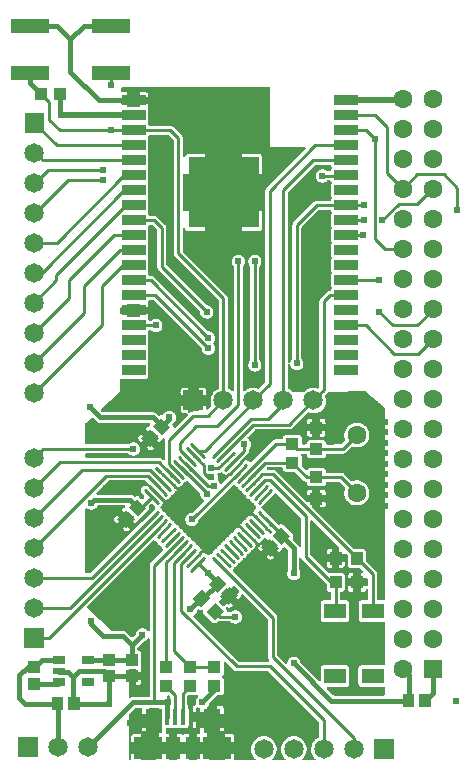
<source format=gtl>
G04 Layer: TopLayer*
G04 EasyEDA v6.4.20.6, 2021-08-18T22:46:37+02:00*
G04 e60a8e21afaf4db98b740634109285cb,0ed378226b2144edad32923a29bf2ba1,10*
G04 Gerber Generator version 0.2*
G04 Scale: 100 percent, Rotated: No, Reflected: No *
G04 Dimensions in millimeters *
G04 leading zeros omitted , absolute positions ,4 integer and 5 decimal *
%FSLAX45Y45*%
%MOMM*%

%ADD11C,0.2560*%
%ADD12C,0.4000*%
%ADD13C,0.5120*%
%ADD14C,0.2800*%
%ADD15C,0.6100*%
%ADD16C,0.6096*%
%ADD17R,1.1000X1.0000*%
%ADD18R,1.0000X1.1000*%
%ADD19R,1.9000X1.3000*%
%ADD20R,3.2004X1.1989*%
%ADD21R,0.4500X1.3800*%
%ADD22R,1.4750X2.1000*%
%ADD23R,2.3750X1.9000*%
%ADD24R,1.1750X1.9000*%
%ADD25R,2.0000X0.9000*%
%ADD26R,6.0000X6.0000*%
%ADD27R,1.0000X0.8000*%
%ADD28R,1.0000X0.6000*%
%ADD29R,1.6510X1.6510*%
%ADD30C,1.6510*%
%ADD31R,1.6000X1.6000*%
%ADD32C,1.6000*%

%LPD*%
G36*
X-1026414Y933043D02*
G01*
X-1029309Y933450D01*
X-1032002Y934719D01*
X-1041603Y942390D01*
X-1050696Y948283D01*
X-1061669Y953922D01*
X-1063853Y955802D01*
X-1065428Y958240D01*
X-1066241Y961034D01*
X-1066342Y1718208D01*
X-1066800Y1724202D01*
X-1068222Y1730095D01*
X-1070559Y1735683D01*
X-1073708Y1740814D01*
X-1075537Y1743202D01*
X-1445412Y2113381D01*
X-1446834Y2116226D01*
X-1447241Y2117750D01*
X-1447342Y2304288D01*
X-1446936Y2307183D01*
X-1445717Y2309774D01*
X-1443837Y2312009D01*
X-1441399Y2313533D01*
X-1438605Y2314346D01*
X-1435608Y2314346D01*
X-1434084Y2313990D01*
X-1431239Y2312568D01*
X-1429004Y2310333D01*
X-1428140Y2308961D01*
X-1426718Y2305354D01*
X-1424533Y2301341D01*
X-1421688Y2297785D01*
X-1418183Y2294788D01*
X-1414272Y2292451D01*
X-1410004Y2290876D01*
X-1405483Y2290064D01*
X-1259535Y2289962D01*
X-1259535Y2459278D01*
X-1438605Y2459380D01*
X-1441399Y2460193D01*
X-1443837Y2461717D01*
X-1445717Y2463901D01*
X-1446936Y2466543D01*
X-1447342Y2469438D01*
X-1447241Y2763266D01*
X-1446428Y2766009D01*
X-1444853Y2768447D01*
X-1442669Y2770327D01*
X-1440027Y2771546D01*
X-1437182Y2771952D01*
X-1259535Y2771952D01*
X-1259535Y2941269D01*
X-1405483Y2941167D01*
X-1410004Y2940354D01*
X-1414272Y2938729D01*
X-1418183Y2936392D01*
X-1421688Y2933395D01*
X-1424533Y2929839D01*
X-1426718Y2925826D01*
X-1428140Y2922219D01*
X-1430020Y2919679D01*
X-1432610Y2917850D01*
X-1434084Y2917240D01*
X-1437182Y2916732D01*
X-1440027Y2917139D01*
X-1442669Y2918358D01*
X-1444853Y2920238D01*
X-1446428Y2922676D01*
X-1447241Y2925470D01*
X-1447342Y3073298D01*
X-1447800Y3079292D01*
X-1449222Y3085185D01*
X-1451559Y3090773D01*
X-1454708Y3095904D01*
X-1456537Y3098292D01*
X-1528114Y3169869D01*
X-1532991Y3173374D01*
X-1538376Y3176117D01*
X-1541221Y3177184D01*
X-1547114Y3178606D01*
X-1553108Y3179064D01*
X-1731060Y3179165D01*
X-1733905Y3180029D01*
X-1736394Y3181705D01*
X-1738274Y3183991D01*
X-1739392Y3186734D01*
X-1740103Y3191002D01*
X-1740865Y3193745D01*
X-1741881Y3196336D01*
X-1744014Y3200501D01*
X-1744522Y3202279D01*
X-1744675Y3204108D01*
X-1744522Y3205937D01*
X-1744014Y3207715D01*
X-1742135Y3211372D01*
X-1740458Y3215741D01*
X-1739646Y3220262D01*
X-1739544Y3312617D01*
X-1739950Y3317240D01*
X-1741220Y3321710D01*
X-1744014Y3327501D01*
X-1744522Y3329279D01*
X-1744675Y3331108D01*
X-1744522Y3332937D01*
X-1744014Y3334715D01*
X-1742135Y3338372D01*
X-1740458Y3342741D01*
X-1739646Y3347262D01*
X-1739544Y3365754D01*
X-1808835Y3365754D01*
X-1808937Y3346958D01*
X-1809750Y3344214D01*
X-1811324Y3341776D01*
X-1813509Y3339896D01*
X-1816150Y3338677D01*
X-1818995Y3338271D01*
X-1912823Y3338372D01*
X-1915617Y3339185D01*
X-1918055Y3340760D01*
X-1919935Y3342944D01*
X-1921154Y3345535D01*
X-1921560Y3348431D01*
X-1921560Y3365754D01*
X-1960422Y3365855D01*
X-1963216Y3366668D01*
X-1965655Y3368243D01*
X-1967534Y3370427D01*
X-1968754Y3373069D01*
X-1969160Y3375914D01*
X-1968957Y3413353D01*
X-1968550Y3416198D01*
X-1967331Y3418840D01*
X-1965452Y3420973D01*
X-1963013Y3422548D01*
X-1960270Y3423361D01*
X-1921560Y3423462D01*
X-1921560Y3465271D01*
X-1959965Y3465372D01*
X-1962708Y3466185D01*
X-1965147Y3467760D01*
X-1967026Y3469944D01*
X-1968246Y3472535D01*
X-1968652Y3475431D01*
X-1968550Y3498799D01*
X-1968144Y3501644D01*
X-1966925Y3504285D01*
X-1965045Y3506419D01*
X-1962607Y3507994D01*
X-1959813Y3508806D01*
X-721512Y3508908D01*
X-718667Y3508501D01*
X-716026Y3507282D01*
X-713841Y3505403D01*
X-712266Y3502964D01*
X-711454Y3500170D01*
X-711454Y3064408D01*
X-711250Y3060598D01*
X-711200Y3000908D01*
X-416661Y3000806D01*
X-413918Y2999994D01*
X-411480Y2998419D01*
X-409549Y2996234D01*
X-408381Y2993593D01*
X-407974Y2990748D01*
X-408432Y2987598D01*
X-409041Y2986125D01*
X-410921Y2983585D01*
X-740359Y2653741D01*
X-742238Y2651404D01*
X-745388Y2646273D01*
X-747674Y2640685D01*
X-749096Y2634792D01*
X-749554Y2628798D01*
X-749655Y1012850D01*
X-750671Y1009853D01*
X-751484Y1008481D01*
X-801725Y958087D01*
X-804265Y956208D01*
X-805738Y955598D01*
X-808888Y955090D01*
X-810717Y955294D01*
X-812495Y955751D01*
X-817118Y957427D01*
X-826566Y960018D01*
X-836218Y961796D01*
X-845972Y962710D01*
X-855776Y962710D01*
X-865530Y961796D01*
X-875131Y960069D01*
X-884529Y957427D01*
X-893673Y953973D01*
X-902462Y949706D01*
X-906729Y947318D01*
X-914857Y941882D01*
X-922477Y935786D01*
X-924915Y934161D01*
X-927709Y933348D01*
X-930605Y933348D01*
X-933399Y934161D01*
X-935837Y935685D01*
X-937717Y937869D01*
X-938936Y940511D01*
X-939342Y943406D01*
X-939241Y1988566D01*
X-938326Y1991410D01*
X-937615Y1992731D01*
X-934364Y1996541D01*
X-930300Y2002231D01*
X-926998Y2008378D01*
X-924458Y2014829D01*
X-922731Y2021586D01*
X-921867Y2028494D01*
X-921867Y2035403D01*
X-922680Y2042109D01*
X-924306Y2048713D01*
X-926693Y2055063D01*
X-929843Y2061057D01*
X-933703Y2066594D01*
X-938225Y2071674D01*
X-943305Y2076196D01*
X-948842Y2080056D01*
X-954836Y2083206D01*
X-961186Y2085593D01*
X-967790Y2087219D01*
X-974496Y2088032D01*
X-981303Y2088032D01*
X-988009Y2087219D01*
X-994613Y2085593D01*
X-1000963Y2083206D01*
X-1006957Y2080056D01*
X-1012494Y2076196D01*
X-1017574Y2071674D01*
X-1022096Y2066594D01*
X-1025956Y2061057D01*
X-1029106Y2055063D01*
X-1031494Y2048713D01*
X-1033119Y2042109D01*
X-1033932Y2035403D01*
X-1033932Y2028494D01*
X-1033068Y2021535D01*
X-1031341Y2014728D01*
X-1028750Y2008225D01*
X-1025398Y2002078D01*
X-1021283Y1996389D01*
X-1018032Y1992579D01*
X-1016711Y1989836D01*
X-1016253Y1986838D01*
X-1016355Y941781D01*
X-1017168Y938987D01*
X-1018743Y936548D01*
X-1020927Y934669D01*
X-1023569Y933450D01*
G37*

%LPC*%
G36*
X-838200Y1099566D02*
G01*
X-831443Y1099972D01*
X-824788Y1101191D01*
X-818286Y1103223D01*
X-815136Y1104493D01*
X-809142Y1107643D01*
X-803605Y1111504D01*
X-798525Y1116025D01*
X-794004Y1121105D01*
X-790143Y1126642D01*
X-786993Y1132636D01*
X-784606Y1138986D01*
X-782980Y1145590D01*
X-782167Y1152296D01*
X-782167Y1159205D01*
X-783031Y1166114D01*
X-784758Y1172921D01*
X-787298Y1179423D01*
X-790651Y1185570D01*
X-794715Y1191209D01*
X-797966Y1195070D01*
X-799287Y1197762D01*
X-799642Y1199235D01*
X-799642Y1988464D01*
X-798728Y1991309D01*
X-797052Y1993849D01*
X-794715Y1996490D01*
X-790651Y2002129D01*
X-787298Y2008276D01*
X-784758Y2014778D01*
X-783031Y2021586D01*
X-782167Y2028494D01*
X-782167Y2035403D01*
X-782980Y2042109D01*
X-784606Y2048713D01*
X-786993Y2055063D01*
X-790143Y2061057D01*
X-794004Y2066594D01*
X-798525Y2071674D01*
X-803605Y2076196D01*
X-809142Y2080056D01*
X-815136Y2083206D01*
X-821486Y2085593D01*
X-828090Y2087219D01*
X-834796Y2088032D01*
X-841603Y2088032D01*
X-848309Y2087219D01*
X-854913Y2085593D01*
X-861263Y2083206D01*
X-867257Y2080056D01*
X-872794Y2076196D01*
X-877874Y2071674D01*
X-882396Y2066594D01*
X-886256Y2061057D01*
X-889406Y2055063D01*
X-891794Y2048713D01*
X-893419Y2042109D01*
X-894232Y2035403D01*
X-894232Y2028494D01*
X-893368Y2021586D01*
X-891641Y2014778D01*
X-889101Y2008276D01*
X-885748Y2002129D01*
X-881684Y1996490D01*
X-878433Y1992630D01*
X-877112Y1989937D01*
X-876757Y1988464D01*
X-876757Y1199235D01*
X-877671Y1196390D01*
X-879348Y1193850D01*
X-881684Y1191209D01*
X-885748Y1185570D01*
X-889101Y1179423D01*
X-891641Y1172921D01*
X-893368Y1166114D01*
X-894232Y1159205D01*
X-894232Y1152296D01*
X-893419Y1145590D01*
X-891794Y1138986D01*
X-889406Y1132636D01*
X-886256Y1126642D01*
X-882396Y1121105D01*
X-877874Y1116025D01*
X-872794Y1111504D01*
X-867257Y1107643D01*
X-861263Y1104493D01*
X-854913Y1102106D01*
X-848309Y1100480D01*
X-841603Y1099667D01*
G37*
G36*
X-946861Y2289962D02*
G01*
X-800811Y2290064D01*
X-798474Y2290368D01*
X-793953Y2291689D01*
X-789686Y2293772D01*
X-785926Y2296668D01*
X-782726Y2300173D01*
X-780237Y2304186D01*
X-778510Y2308606D01*
X-777646Y2313228D01*
X-777544Y2459278D01*
X-946861Y2459278D01*
G37*
G36*
X-946861Y2771952D02*
G01*
X-777544Y2771952D01*
X-777646Y2917952D01*
X-778510Y2922625D01*
X-780237Y2927045D01*
X-782726Y2931058D01*
X-785926Y2934563D01*
X-789686Y2937408D01*
X-793953Y2939542D01*
X-796188Y2940304D01*
X-800811Y2941167D01*
X-946861Y2941269D01*
G37*
G36*
X-1808835Y3423462D02*
G01*
X-1739544Y3423462D01*
X-1739646Y3441954D01*
X-1740509Y3446627D01*
X-1742236Y3451047D01*
X-1744725Y3455060D01*
X-1747926Y3458565D01*
X-1751685Y3461410D01*
X-1755952Y3463544D01*
X-1758188Y3464306D01*
X-1762810Y3465169D01*
X-1808835Y3465271D01*
G37*

%LPD*%
G36*
X-512013Y926947D02*
G01*
X-515213Y927455D01*
X-518109Y928979D01*
X-522935Y933602D01*
X-530656Y940155D01*
X-534771Y943203D01*
X-543306Y948639D01*
X-552348Y953211D01*
X-554837Y954786D01*
X-556717Y956970D01*
X-557936Y959612D01*
X-558342Y962507D01*
X-558241Y1160322D01*
X-557225Y1163370D01*
X-556412Y1164691D01*
X-554126Y1166977D01*
X-551281Y1168400D01*
X-554126Y1169822D01*
X-556412Y1172108D01*
X-557834Y1174902D01*
X-558241Y1176477D01*
X-558241Y2614066D01*
X-557225Y2617063D01*
X-556412Y2618435D01*
X-328625Y2846222D01*
X-325780Y2847644D01*
X-324256Y2848051D01*
X-200812Y2848152D01*
X-197866Y2847695D01*
X-195173Y2846425D01*
X-192989Y2844444D01*
X-191465Y2841904D01*
X-190703Y2839008D01*
X-190296Y2836214D01*
X-189534Y2833471D01*
X-188518Y2830880D01*
X-186385Y2826715D01*
X-185877Y2824937D01*
X-185724Y2823108D01*
X-185877Y2821279D01*
X-186385Y2819501D01*
X-188264Y2815844D01*
X-189941Y2811475D01*
X-190754Y2806954D01*
X-190855Y2804515D01*
X-191262Y2801670D01*
X-192481Y2799029D01*
X-194360Y2796844D01*
X-196799Y2795270D01*
X-199593Y2794457D01*
X-223164Y2794457D01*
X-226009Y2795371D01*
X-228549Y2797048D01*
X-231190Y2799384D01*
X-236829Y2803448D01*
X-242976Y2806801D01*
X-249478Y2809341D01*
X-256286Y2811068D01*
X-263194Y2811932D01*
X-270103Y2811932D01*
X-276809Y2811119D01*
X-283413Y2809494D01*
X-289763Y2807106D01*
X-295757Y2803956D01*
X-301294Y2800096D01*
X-306374Y2795574D01*
X-310896Y2790494D01*
X-314756Y2784957D01*
X-317906Y2778963D01*
X-320294Y2772613D01*
X-321919Y2766009D01*
X-322732Y2759303D01*
X-322732Y2752496D01*
X-321919Y2745790D01*
X-320294Y2739186D01*
X-317906Y2732836D01*
X-314756Y2726842D01*
X-310896Y2721305D01*
X-306374Y2716225D01*
X-301294Y2711704D01*
X-295757Y2707843D01*
X-289763Y2704693D01*
X-283413Y2702306D01*
X-276809Y2700680D01*
X-270103Y2699867D01*
X-263194Y2699867D01*
X-256286Y2700731D01*
X-249478Y2702458D01*
X-242976Y2704998D01*
X-236829Y2708351D01*
X-231190Y2712415D01*
X-227329Y2715666D01*
X-224637Y2716987D01*
X-223164Y2717342D01*
X-200253Y2717444D01*
X-197205Y2716987D01*
X-195783Y2716428D01*
X-193294Y2714650D01*
X-191363Y2712262D01*
X-190296Y2709367D01*
X-189585Y2706573D01*
X-188518Y2703880D01*
X-186385Y2699715D01*
X-185877Y2697937D01*
X-185724Y2696108D01*
X-185877Y2694279D01*
X-186385Y2692501D01*
X-188264Y2688844D01*
X-189941Y2684475D01*
X-190754Y2679954D01*
X-190855Y2587599D01*
X-190449Y2582976D01*
X-189179Y2578506D01*
X-186385Y2572715D01*
X-185877Y2570937D01*
X-185724Y2569108D01*
X-185877Y2567279D01*
X-186385Y2565501D01*
X-188518Y2561336D01*
X-189534Y2558745D01*
X-190296Y2556002D01*
X-191008Y2551734D01*
X-192125Y2548991D01*
X-194005Y2546705D01*
X-196494Y2545029D01*
X-199339Y2544165D01*
X-313791Y2544064D01*
X-319786Y2543606D01*
X-325678Y2542184D01*
X-331266Y2539847D01*
X-336397Y2536698D01*
X-338785Y2534869D01*
X-511860Y2361793D01*
X-515366Y2356916D01*
X-516890Y2354275D01*
X-519176Y2348687D01*
X-520598Y2342845D01*
X-521055Y2336800D01*
X-521157Y1211935D01*
X-522071Y1209040D01*
X-523748Y1206550D01*
X-526237Y1203706D01*
X-530555Y1197610D01*
X-534009Y1190955D01*
X-536549Y1183894D01*
X-537464Y1180287D01*
X-538480Y1175004D01*
X-539089Y1173530D01*
X-540969Y1170889D01*
X-543610Y1169009D01*
X-545084Y1168400D01*
X-542188Y1166926D01*
X-540969Y1165910D01*
X-539089Y1163269D01*
X-538480Y1161796D01*
X-537514Y1156766D01*
X-535686Y1150112D01*
X-532993Y1143660D01*
X-529539Y1137615D01*
X-525373Y1132078D01*
X-520598Y1127048D01*
X-515162Y1122680D01*
X-509270Y1119022D01*
X-502970Y1116076D01*
X-496366Y1113993D01*
X-489559Y1112672D01*
X-482600Y1112266D01*
X-475843Y1112672D01*
X-469188Y1113891D01*
X-462686Y1115923D01*
X-459536Y1117193D01*
X-453542Y1120343D01*
X-448005Y1124204D01*
X-442925Y1128725D01*
X-438404Y1133805D01*
X-434543Y1139342D01*
X-431393Y1145336D01*
X-429006Y1151686D01*
X-427380Y1158290D01*
X-426567Y1164996D01*
X-426567Y1171905D01*
X-427431Y1178814D01*
X-429158Y1185621D01*
X-431698Y1192123D01*
X-435051Y1198270D01*
X-439166Y1203909D01*
X-442366Y1207770D01*
X-443687Y1210462D01*
X-444144Y1213459D01*
X-444042Y2318258D01*
X-443026Y2321306D01*
X-442214Y2322626D01*
X-299618Y2465222D01*
X-296773Y2466644D01*
X-295249Y2467051D01*
X-200812Y2467152D01*
X-197866Y2466695D01*
X-195173Y2465425D01*
X-192989Y2463444D01*
X-191465Y2460904D01*
X-190703Y2458008D01*
X-190296Y2455214D01*
X-189534Y2452471D01*
X-188518Y2449880D01*
X-186385Y2445715D01*
X-185877Y2443937D01*
X-185724Y2442108D01*
X-185877Y2440279D01*
X-186385Y2438501D01*
X-188264Y2434844D01*
X-189941Y2430475D01*
X-190754Y2425954D01*
X-190855Y2333599D01*
X-190449Y2328976D01*
X-189179Y2324506D01*
X-186385Y2318715D01*
X-185877Y2316937D01*
X-185724Y2315108D01*
X-185877Y2313279D01*
X-186385Y2311501D01*
X-188264Y2307844D01*
X-189941Y2303475D01*
X-190754Y2298954D01*
X-190855Y2206599D01*
X-190449Y2201976D01*
X-189179Y2197506D01*
X-186385Y2191715D01*
X-185877Y2189937D01*
X-185724Y2188108D01*
X-185877Y2186279D01*
X-186385Y2184501D01*
X-188264Y2180844D01*
X-189941Y2176475D01*
X-190754Y2171954D01*
X-190855Y2079599D01*
X-190449Y2074976D01*
X-189179Y2070506D01*
X-186385Y2064715D01*
X-185877Y2062937D01*
X-185724Y2061108D01*
X-185877Y2059279D01*
X-186385Y2057501D01*
X-188264Y2053843D01*
X-189941Y2049475D01*
X-190754Y2044954D01*
X-190855Y1952599D01*
X-190449Y1947976D01*
X-189179Y1943506D01*
X-186385Y1937715D01*
X-185877Y1935937D01*
X-185724Y1934108D01*
X-185877Y1932279D01*
X-186385Y1930501D01*
X-188264Y1926843D01*
X-189941Y1922475D01*
X-190754Y1917954D01*
X-190855Y1825599D01*
X-190449Y1820976D01*
X-189179Y1816506D01*
X-186385Y1810715D01*
X-185877Y1808937D01*
X-185724Y1807108D01*
X-185877Y1805279D01*
X-186385Y1803501D01*
X-188518Y1799336D01*
X-189534Y1796745D01*
X-190296Y1794002D01*
X-191008Y1789734D01*
X-192125Y1786991D01*
X-194005Y1784705D01*
X-196494Y1783029D01*
X-199339Y1782165D01*
X-209092Y1781606D01*
X-214985Y1780184D01*
X-220573Y1777847D01*
X-225704Y1774698D01*
X-228092Y1772869D01*
X-283159Y1717802D01*
X-286664Y1712925D01*
X-289407Y1707540D01*
X-290474Y1704695D01*
X-291896Y1698802D01*
X-292354Y1692808D01*
X-292455Y964437D01*
X-293268Y961644D01*
X-294843Y959205D01*
X-297027Y957326D01*
X-299669Y956106D01*
X-302514Y955700D01*
X-304292Y955852D01*
X-310438Y957834D01*
X-319532Y960272D01*
X-328828Y961898D01*
X-338175Y962710D01*
X-347675Y962710D01*
X-352501Y962406D01*
X-362000Y961136D01*
X-371348Y959002D01*
X-380492Y956106D01*
X-389280Y952347D01*
X-397764Y947877D01*
X-405790Y942644D01*
X-413359Y936701D01*
X-420370Y930148D01*
X-422960Y928217D01*
X-424434Y927608D01*
X-427634Y927100D01*
G37*

%LPD*%
G36*
X-1517091Y624128D02*
G01*
X-1519986Y624535D01*
X-1522679Y625805D01*
X-1524863Y627735D01*
X-1526387Y630275D01*
X-1526895Y631647D01*
X-1528114Y637743D01*
X-1529943Y642112D01*
X-1532534Y646074D01*
X-1535074Y649071D01*
X-1535887Y650392D01*
X-1536801Y653338D01*
X-1536801Y656488D01*
X-1536446Y658063D01*
X-1535836Y659536D01*
X-1533956Y662076D01*
X-1531721Y664006D01*
X-1526082Y668172D01*
X-1521002Y672998D01*
X-1516532Y678383D01*
X-1512824Y684326D01*
X-1509877Y690676D01*
X-1508658Y693978D01*
X-1506931Y700735D01*
X-1506067Y707694D01*
X-1506067Y714603D01*
X-1506880Y721309D01*
X-1508506Y727913D01*
X-1510893Y734263D01*
X-1514043Y740257D01*
X-1517904Y745794D01*
X-1522425Y750874D01*
X-1527505Y755396D01*
X-1533042Y759256D01*
X-1539036Y762406D01*
X-1545386Y764794D01*
X-1551990Y766419D01*
X-1558696Y767232D01*
X-1565656Y767232D01*
X-1572768Y766318D01*
X-1579626Y764540D01*
X-1582978Y763320D01*
X-1589430Y760222D01*
X-1592529Y758393D01*
X-1598218Y754126D01*
X-1600911Y751789D01*
X-1605737Y746506D01*
X-1609852Y740714D01*
X-1612493Y736295D01*
X-1613509Y735076D01*
X-1616049Y733298D01*
X-1617522Y732688D01*
X-1619046Y732332D01*
X-1620621Y732231D01*
X-1628038Y733501D01*
X-1632712Y733501D01*
X-1637182Y732688D01*
X-1641449Y731113D01*
X-1648206Y727354D01*
X-1651304Y726846D01*
X-1654454Y727354D01*
X-1657299Y728776D01*
X-1672183Y743458D01*
X-1677060Y747725D01*
X-1682546Y751281D01*
X-1688490Y753973D01*
X-1694738Y755802D01*
X-1697939Y756412D01*
X-1704441Y756869D01*
X-2124760Y756970D01*
X-2126335Y757326D01*
X-2127808Y757936D01*
X-2130348Y759815D01*
X-2139086Y768553D01*
X-2140966Y771144D01*
X-2141575Y772617D01*
X-2142083Y775716D01*
X-2141931Y777443D01*
X-2141524Y779068D01*
X-2139899Y782015D01*
X-2138781Y783234D01*
X-1982927Y925372D01*
X-1981149Y926287D01*
X-1980539Y1029665D01*
X-1979726Y1032459D01*
X-1978152Y1034846D01*
X-1975967Y1036726D01*
X-1973325Y1037945D01*
X-1970481Y1038352D01*
X-1965198Y1037945D01*
X-1762810Y1038047D01*
X-1758188Y1038910D01*
X-1753768Y1040637D01*
X-1749755Y1043127D01*
X-1746250Y1046327D01*
X-1743405Y1050086D01*
X-1741271Y1054354D01*
X-1740509Y1056589D01*
X-1739646Y1061262D01*
X-1739544Y1153617D01*
X-1739950Y1158240D01*
X-1741220Y1162710D01*
X-1744014Y1168501D01*
X-1744522Y1170279D01*
X-1744675Y1172108D01*
X-1744522Y1173937D01*
X-1744014Y1175715D01*
X-1742135Y1179372D01*
X-1740458Y1183741D01*
X-1739646Y1188262D01*
X-1739544Y1280617D01*
X-1739950Y1285240D01*
X-1741220Y1289710D01*
X-1744014Y1295501D01*
X-1744522Y1297279D01*
X-1744675Y1299108D01*
X-1744522Y1300937D01*
X-1744014Y1302715D01*
X-1742135Y1306372D01*
X-1740458Y1310741D01*
X-1739646Y1315262D01*
X-1739544Y1407617D01*
X-1739950Y1412240D01*
X-1741220Y1416710D01*
X-1744014Y1422501D01*
X-1744522Y1424279D01*
X-1744675Y1426108D01*
X-1744522Y1427937D01*
X-1744014Y1429715D01*
X-1741881Y1433880D01*
X-1740865Y1436471D01*
X-1740103Y1439214D01*
X-1739392Y1443482D01*
X-1738274Y1446225D01*
X-1736394Y1448511D01*
X-1733905Y1450187D01*
X-1731060Y1451051D01*
X-1719935Y1451051D01*
X-1717090Y1450136D01*
X-1714550Y1448460D01*
X-1711909Y1446123D01*
X-1706270Y1442059D01*
X-1700123Y1438706D01*
X-1693621Y1436166D01*
X-1686814Y1434439D01*
X-1679905Y1433576D01*
X-1672996Y1433576D01*
X-1666290Y1434388D01*
X-1659686Y1436014D01*
X-1653336Y1438402D01*
X-1647342Y1441551D01*
X-1641805Y1445412D01*
X-1636725Y1449933D01*
X-1632204Y1455013D01*
X-1628343Y1460550D01*
X-1625193Y1466545D01*
X-1622806Y1472895D01*
X-1621180Y1479499D01*
X-1620367Y1486204D01*
X-1620367Y1493012D01*
X-1621180Y1499717D01*
X-1622806Y1506321D01*
X-1625193Y1512671D01*
X-1628343Y1518666D01*
X-1632204Y1524203D01*
X-1636725Y1529283D01*
X-1641805Y1533804D01*
X-1647342Y1537665D01*
X-1653336Y1540814D01*
X-1659686Y1543202D01*
X-1666290Y1544828D01*
X-1672996Y1545640D01*
X-1679905Y1545640D01*
X-1686814Y1544777D01*
X-1693621Y1543050D01*
X-1700123Y1540510D01*
X-1706270Y1537157D01*
X-1711909Y1533093D01*
X-1715770Y1529842D01*
X-1718462Y1528521D01*
X-1719935Y1528165D01*
X-1729587Y1528064D01*
X-1732534Y1528521D01*
X-1735226Y1529791D01*
X-1737410Y1531772D01*
X-1738934Y1534312D01*
X-1739696Y1537208D01*
X-1740103Y1540002D01*
X-1740865Y1542745D01*
X-1741881Y1545336D01*
X-1744014Y1549501D01*
X-1744522Y1551279D01*
X-1744675Y1553108D01*
X-1744522Y1554937D01*
X-1744014Y1556715D01*
X-1742135Y1560372D01*
X-1740458Y1564741D01*
X-1739646Y1569262D01*
X-1739544Y1587754D01*
X-1808835Y1587754D01*
X-1808937Y1568958D01*
X-1809750Y1566214D01*
X-1811324Y1563776D01*
X-1813509Y1561896D01*
X-1816150Y1560677D01*
X-1818995Y1560271D01*
X-1912823Y1560372D01*
X-1915617Y1561185D01*
X-1918055Y1562760D01*
X-1919935Y1564944D01*
X-1921154Y1567535D01*
X-1921560Y1570431D01*
X-1921560Y1587754D01*
X-1969160Y1587855D01*
X-1971903Y1588668D01*
X-1974342Y1590243D01*
X-1976221Y1592427D01*
X-1977440Y1595069D01*
X-1977847Y1597914D01*
X-1977694Y1635353D01*
X-1977237Y1638198D01*
X-1976018Y1640839D01*
X-1974138Y1642973D01*
X-1971700Y1644548D01*
X-1968957Y1645361D01*
X-1921560Y1645462D01*
X-1921459Y1664258D01*
X-1920646Y1667002D01*
X-1919071Y1669440D01*
X-1916887Y1671320D01*
X-1914245Y1672539D01*
X-1911400Y1672945D01*
X-1817573Y1672843D01*
X-1814779Y1672031D01*
X-1812340Y1670456D01*
X-1810461Y1668272D01*
X-1809242Y1665630D01*
X-1808835Y1662785D01*
X-1808835Y1645462D01*
X-1739544Y1645462D01*
X-1739646Y1663903D01*
X-1740458Y1668475D01*
X-1742135Y1672843D01*
X-1744014Y1676501D01*
X-1744522Y1678279D01*
X-1744675Y1680108D01*
X-1744522Y1681937D01*
X-1744014Y1683715D01*
X-1741881Y1687880D01*
X-1740865Y1690471D01*
X-1740103Y1693214D01*
X-1739392Y1697482D01*
X-1738274Y1700225D01*
X-1736394Y1702511D01*
X-1733905Y1704187D01*
X-1731060Y1705051D01*
X-1698650Y1705051D01*
X-1695653Y1704035D01*
X-1694281Y1703222D01*
X-1290980Y1300073D01*
X-1289151Y1297635D01*
X-1288542Y1296263D01*
X-1287983Y1293266D01*
X-1287322Y1286408D01*
X-1285798Y1279702D01*
X-1283462Y1273251D01*
X-1282039Y1270101D01*
X-1278534Y1264208D01*
X-1276553Y1261364D01*
X-1272032Y1256182D01*
X-1266952Y1251559D01*
X-1261313Y1247597D01*
X-1255268Y1244346D01*
X-1248867Y1241907D01*
X-1242161Y1240231D01*
X-1235354Y1239367D01*
X-1228496Y1239367D01*
X-1221790Y1240180D01*
X-1215186Y1241806D01*
X-1208836Y1244193D01*
X-1202842Y1247343D01*
X-1197305Y1251204D01*
X-1192225Y1255725D01*
X-1187704Y1260805D01*
X-1183843Y1266342D01*
X-1180693Y1272336D01*
X-1178306Y1278686D01*
X-1176680Y1285290D01*
X-1175867Y1291996D01*
X-1175867Y1298854D01*
X-1176731Y1305661D01*
X-1178356Y1312316D01*
X-1180846Y1318717D01*
X-1184097Y1324813D01*
X-1188008Y1330401D01*
X-1191158Y1334211D01*
X-1192428Y1336903D01*
X-1192885Y1339850D01*
X-1192428Y1342796D01*
X-1191158Y1345488D01*
X-1188008Y1349298D01*
X-1184097Y1354886D01*
X-1180846Y1360982D01*
X-1178356Y1367383D01*
X-1176731Y1374038D01*
X-1175867Y1380845D01*
X-1175867Y1387754D01*
X-1176731Y1394561D01*
X-1178407Y1401267D01*
X-1180846Y1407668D01*
X-1184097Y1413713D01*
X-1188059Y1419352D01*
X-1192682Y1424432D01*
X-1197864Y1428953D01*
X-1203604Y1432763D01*
X-1206601Y1434439D01*
X-1212951Y1437132D01*
X-1219555Y1439062D01*
X-1226362Y1440180D01*
X-1231290Y1440586D01*
X-1232763Y1440942D01*
X-1235405Y1442364D01*
X-1693214Y1899869D01*
X-1698091Y1903374D01*
X-1703476Y1906117D01*
X-1706321Y1907184D01*
X-1712214Y1908606D01*
X-1718208Y1909064D01*
X-1731060Y1909165D01*
X-1733905Y1910029D01*
X-1736394Y1911705D01*
X-1738274Y1913991D01*
X-1739392Y1916734D01*
X-1740103Y1921002D01*
X-1740865Y1923745D01*
X-1741881Y1926336D01*
X-1744014Y1930501D01*
X-1744522Y1932279D01*
X-1744675Y1934108D01*
X-1744522Y1935937D01*
X-1744014Y1937715D01*
X-1742135Y1941372D01*
X-1740458Y1945741D01*
X-1739646Y1950262D01*
X-1739544Y2042617D01*
X-1739950Y2047239D01*
X-1741220Y2051710D01*
X-1744014Y2057501D01*
X-1744522Y2059279D01*
X-1744675Y2061108D01*
X-1744522Y2062937D01*
X-1744014Y2064715D01*
X-1742135Y2068372D01*
X-1740458Y2072741D01*
X-1739646Y2077262D01*
X-1739544Y2169617D01*
X-1739950Y2174240D01*
X-1741220Y2178710D01*
X-1744014Y2184501D01*
X-1744522Y2186279D01*
X-1744675Y2188108D01*
X-1744522Y2189937D01*
X-1744014Y2191715D01*
X-1742135Y2195372D01*
X-1740458Y2199741D01*
X-1739646Y2204262D01*
X-1739544Y2296617D01*
X-1739950Y2301240D01*
X-1741220Y2305710D01*
X-1744014Y2311501D01*
X-1744522Y2313279D01*
X-1744675Y2315108D01*
X-1744522Y2316937D01*
X-1744014Y2318715D01*
X-1741881Y2322880D01*
X-1740865Y2325471D01*
X-1740103Y2328214D01*
X-1739392Y2332482D01*
X-1738274Y2335225D01*
X-1736394Y2337511D01*
X-1733905Y2339187D01*
X-1731060Y2340051D01*
X-1707642Y2340051D01*
X-1704644Y2339035D01*
X-1703273Y2338222D01*
X-1665986Y2300935D01*
X-1664563Y2298090D01*
X-1664157Y2296566D01*
X-1664055Y1984908D01*
X-1663598Y1978914D01*
X-1662175Y1973021D01*
X-1659889Y1967433D01*
X-1656689Y1962302D01*
X-1654860Y1959914D01*
X-1303680Y1608582D01*
X-1301851Y1606143D01*
X-1301242Y1604772D01*
X-1300683Y1601774D01*
X-1300022Y1594916D01*
X-1298498Y1588211D01*
X-1296162Y1581759D01*
X-1294739Y1578610D01*
X-1291234Y1572717D01*
X-1289253Y1569872D01*
X-1284732Y1564690D01*
X-1279652Y1560068D01*
X-1274013Y1556105D01*
X-1267968Y1552854D01*
X-1261567Y1550416D01*
X-1254861Y1548739D01*
X-1248054Y1547876D01*
X-1241196Y1547876D01*
X-1234490Y1548688D01*
X-1227886Y1550314D01*
X-1221536Y1552702D01*
X-1215542Y1555851D01*
X-1210005Y1559712D01*
X-1204925Y1564233D01*
X-1200404Y1569313D01*
X-1196543Y1574850D01*
X-1193393Y1580845D01*
X-1191006Y1587195D01*
X-1189380Y1593799D01*
X-1188567Y1600504D01*
X-1188567Y1607362D01*
X-1189431Y1614170D01*
X-1191107Y1620875D01*
X-1193546Y1627276D01*
X-1196797Y1633321D01*
X-1200759Y1638960D01*
X-1205382Y1644040D01*
X-1210564Y1648561D01*
X-1216304Y1652371D01*
X-1219301Y1654048D01*
X-1225651Y1656740D01*
X-1232255Y1658670D01*
X-1239062Y1659788D01*
X-1243990Y1660194D01*
X-1245463Y1660550D01*
X-1248105Y1661972D01*
X-1585214Y1999081D01*
X-1586636Y2001926D01*
X-1587042Y2003450D01*
X-1587144Y2315108D01*
X-1587601Y2321102D01*
X-1589024Y2326995D01*
X-1591360Y2332583D01*
X-1594510Y2337714D01*
X-1596339Y2340102D01*
X-1664106Y2407869D01*
X-1669034Y2411374D01*
X-1674368Y2414117D01*
X-1677212Y2415184D01*
X-1683105Y2416606D01*
X-1689100Y2417064D01*
X-1731060Y2417165D01*
X-1733905Y2418029D01*
X-1736394Y2419705D01*
X-1738274Y2421991D01*
X-1739392Y2424734D01*
X-1740103Y2429002D01*
X-1740865Y2431745D01*
X-1741881Y2434336D01*
X-1744014Y2438501D01*
X-1744522Y2440279D01*
X-1744675Y2442108D01*
X-1744522Y2443937D01*
X-1744014Y2445715D01*
X-1742135Y2449372D01*
X-1740458Y2453741D01*
X-1739646Y2458262D01*
X-1739544Y2550617D01*
X-1739950Y2555240D01*
X-1741220Y2559710D01*
X-1744014Y2565501D01*
X-1744522Y2567279D01*
X-1744675Y2569108D01*
X-1744522Y2570937D01*
X-1744014Y2572715D01*
X-1742135Y2576372D01*
X-1740458Y2580741D01*
X-1739646Y2585262D01*
X-1739544Y2677617D01*
X-1739950Y2682240D01*
X-1741220Y2686710D01*
X-1744014Y2692501D01*
X-1744522Y2694279D01*
X-1744675Y2696108D01*
X-1744522Y2697937D01*
X-1744014Y2699715D01*
X-1742135Y2703372D01*
X-1740458Y2707741D01*
X-1739646Y2712262D01*
X-1739544Y2804617D01*
X-1739950Y2809240D01*
X-1741220Y2813710D01*
X-1744014Y2819501D01*
X-1744522Y2821279D01*
X-1744675Y2823108D01*
X-1744522Y2824937D01*
X-1744014Y2826715D01*
X-1742135Y2830372D01*
X-1740458Y2834741D01*
X-1739646Y2839262D01*
X-1739544Y2931617D01*
X-1739950Y2936240D01*
X-1741220Y2940710D01*
X-1744014Y2946501D01*
X-1744522Y2948279D01*
X-1744675Y2950108D01*
X-1744522Y2951937D01*
X-1744014Y2953715D01*
X-1742135Y2957372D01*
X-1740458Y2961741D01*
X-1739646Y2966262D01*
X-1739544Y3058617D01*
X-1739950Y3063240D01*
X-1741220Y3067710D01*
X-1744014Y3073501D01*
X-1744522Y3075279D01*
X-1744675Y3077108D01*
X-1744522Y3078937D01*
X-1744014Y3080715D01*
X-1741881Y3084880D01*
X-1740865Y3087471D01*
X-1740103Y3090214D01*
X-1739392Y3094482D01*
X-1738274Y3097225D01*
X-1736394Y3099511D01*
X-1733905Y3101187D01*
X-1731060Y3102051D01*
X-1571650Y3102051D01*
X-1568653Y3101035D01*
X-1567281Y3100222D01*
X-1526184Y3059125D01*
X-1524762Y3056280D01*
X-1524355Y3054756D01*
X-1524254Y2099208D01*
X-1523796Y2093214D01*
X-1522374Y2087321D01*
X-1520037Y2081733D01*
X-1516888Y2076602D01*
X-1515059Y2074214D01*
X-1145184Y1704035D01*
X-1143762Y1701190D01*
X-1143355Y1699666D01*
X-1143254Y962558D01*
X-1143660Y959713D01*
X-1144879Y957071D01*
X-1146810Y954887D01*
X-1147978Y953973D01*
X-1153566Y951230D01*
X-1161948Y946556D01*
X-1169873Y941120D01*
X-1173683Y938174D01*
X-1180795Y931722D01*
X-1187348Y924712D01*
X-1189482Y922782D01*
X-1192123Y921562D01*
X-1194917Y921105D01*
X-1194511Y918311D01*
X-1194917Y915466D01*
X-1196086Y912876D01*
X-1200810Y904646D01*
X-1202944Y900430D01*
X-1206550Y891692D01*
X-1209395Y882650D01*
X-1211478Y873455D01*
X-1212697Y864057D01*
X-1213104Y854608D01*
X-1213002Y849680D01*
X-1212088Y839927D01*
X-1210310Y830275D01*
X-1207719Y820826D01*
X-1206042Y816203D01*
X-1205585Y814425D01*
X-1205382Y812596D01*
X-1205890Y809447D01*
X-1206500Y807974D01*
X-1208379Y805434D01*
X-1234541Y779424D01*
X-1235913Y778560D01*
X-1237386Y777951D01*
X-1240536Y777443D01*
X-1243380Y777849D01*
X-1246022Y779068D01*
X-1248206Y780948D01*
X-1249781Y783386D01*
X-1250594Y786180D01*
X-1250696Y806958D01*
X-1311249Y806958D01*
X-1311249Y772414D01*
X-1311706Y769569D01*
X-1312875Y766927D01*
X-1314805Y764743D01*
X-1317193Y763168D01*
X-1319987Y762355D01*
X-1358798Y762254D01*
X-1364792Y761796D01*
X-1370685Y760374D01*
X-1376273Y758037D01*
X-1381404Y754888D01*
X-1383792Y753059D01*
X-1389176Y747776D01*
X-1391767Y745947D01*
X-1394764Y744931D01*
X-1397812Y744931D01*
X-1400606Y745744D01*
X-1402994Y747318D01*
X-1404924Y749503D01*
X-1406093Y752144D01*
X-1406499Y754989D01*
X-1406499Y806958D01*
X-1467104Y806958D01*
X-1467002Y769670D01*
X-1466138Y765048D01*
X-1464411Y760628D01*
X-1461922Y756615D01*
X-1458722Y753110D01*
X-1454962Y750265D01*
X-1450695Y748131D01*
X-1448460Y747369D01*
X-1443837Y746506D01*
X-1415084Y746404D01*
X-1412240Y745998D01*
X-1409598Y744778D01*
X-1407414Y742899D01*
X-1405839Y740460D01*
X-1405026Y737666D01*
X-1405077Y734669D01*
X-1405432Y733094D01*
X-1406042Y731621D01*
X-1407922Y729081D01*
X-1509877Y627075D01*
X-1512468Y625246D01*
X-1515465Y624230D01*
G37*

%LPC*%
G36*
X-1311249Y902208D02*
G01*
X-1250696Y902208D01*
X-1250594Y919683D01*
X-1249781Y922477D01*
X-1248460Y924560D01*
X-1249781Y926693D01*
X-1250594Y929436D01*
X-1250797Y939546D01*
X-1251661Y944168D01*
X-1253388Y948588D01*
X-1255877Y952601D01*
X-1259078Y956106D01*
X-1262837Y958951D01*
X-1267104Y961085D01*
X-1269339Y961847D01*
X-1273962Y962710D01*
X-1311249Y962812D01*
X-1311249Y930198D01*
X-1311706Y927353D01*
X-1312164Y925982D01*
X-1313281Y924153D01*
X-1312214Y922324D01*
X-1311402Y919581D01*
X-1311249Y918108D01*
G37*
G36*
X-1467104Y902208D02*
G01*
X-1406499Y902208D01*
X-1406398Y919429D01*
X-1405585Y922172D01*
X-1404721Y923747D01*
X-1405585Y925321D01*
X-1406398Y928116D01*
X-1406499Y962812D01*
X-1443837Y962710D01*
X-1448460Y961847D01*
X-1452880Y960119D01*
X-1456893Y957630D01*
X-1460398Y954430D01*
X-1463243Y950671D01*
X-1465376Y946403D01*
X-1466138Y944168D01*
X-1467002Y939546D01*
X-1467104Y928878D01*
X-1467510Y926033D01*
X-1468678Y923391D01*
X-1468018Y922070D01*
X-1467205Y919276D01*
G37*

%LPD*%
G36*
X-1610614Y350926D02*
G01*
X-1613763Y351434D01*
X-1615236Y352044D01*
X-1617776Y353923D01*
X-1623415Y359359D01*
X-1628292Y362915D01*
X-1633677Y365658D01*
X-1639417Y367487D01*
X-1642364Y368096D01*
X-1648358Y368554D01*
X-1860296Y368655D01*
X-1863293Y369620D01*
X-1865884Y371500D01*
X-1866900Y372668D01*
X-1869135Y370484D01*
X-1870506Y369620D01*
X-1873504Y368655D01*
X-2263140Y368554D01*
X-2265984Y368960D01*
X-2268626Y370179D01*
X-2270810Y372059D01*
X-2272385Y374497D01*
X-2273198Y377291D01*
X-2273300Y395884D01*
X-2272893Y398729D01*
X-2271674Y401370D01*
X-2269794Y403555D01*
X-2267356Y405130D01*
X-2264562Y405942D01*
X-1910435Y405942D01*
X-1907590Y405028D01*
X-1905050Y403352D01*
X-1899666Y398881D01*
X-1893722Y395173D01*
X-1887372Y392226D01*
X-1880717Y390093D01*
X-1872234Y388467D01*
X-1869236Y387045D01*
X-1866900Y384759D01*
X-1864563Y387045D01*
X-1861566Y388467D01*
X-1856638Y389331D01*
X-1850085Y390956D01*
X-1843735Y393344D01*
X-1837740Y396544D01*
X-1832203Y400354D01*
X-1827123Y404876D01*
X-1822653Y409956D01*
X-1818843Y415493D01*
X-1815693Y421487D01*
X-1813306Y427837D01*
X-1811680Y434390D01*
X-1810867Y441096D01*
X-1810867Y447903D01*
X-1811680Y454609D01*
X-1813306Y461213D01*
X-1815693Y467563D01*
X-1818843Y473557D01*
X-1822704Y479094D01*
X-1827225Y484174D01*
X-1832305Y488696D01*
X-1837842Y492556D01*
X-1843836Y495706D01*
X-1850186Y498093D01*
X-1856790Y499719D01*
X-1863496Y500532D01*
X-1870405Y500532D01*
X-1877314Y499668D01*
X-1884121Y497941D01*
X-1890623Y495401D01*
X-1896770Y492048D01*
X-1902409Y487984D01*
X-1906270Y484733D01*
X-1908962Y483412D01*
X-1910435Y483057D01*
X-2263140Y482955D01*
X-2265984Y483362D01*
X-2268626Y484581D01*
X-2270810Y486460D01*
X-2272385Y488899D01*
X-2273198Y491693D01*
X-2273300Y655929D01*
X-2273147Y657606D01*
X-2272741Y659231D01*
X-2272080Y660755D01*
X-2269998Y663397D01*
X-2220112Y708812D01*
X-2217369Y710133D01*
X-2214422Y710539D01*
X-2211273Y710082D01*
X-2209800Y709472D01*
X-2207260Y707593D01*
X-2176221Y676706D01*
X-2170988Y672795D01*
X-2168194Y671118D01*
X-2162251Y668426D01*
X-2156002Y666597D01*
X-2152802Y665988D01*
X-2146300Y665530D01*
X-1730552Y665429D01*
X-1727809Y664616D01*
X-1726488Y663956D01*
X-1724304Y662025D01*
X-1722780Y659587D01*
X-1721967Y656844D01*
X-1722018Y653592D01*
X-1722475Y651865D01*
X-1724558Y647649D01*
X-1725574Y644956D01*
X-1726692Y640689D01*
X-1728114Y638048D01*
X-1730248Y635914D01*
X-1732889Y634542D01*
X-1736801Y633526D01*
X-1741474Y631596D01*
X-1743659Y630326D01*
X-1747570Y627075D01*
X-1760778Y613918D01*
X-1727657Y580796D01*
X-1710283Y598017D01*
X-1707489Y599440D01*
X-1704339Y599948D01*
X-1701190Y599440D01*
X-1698345Y598017D01*
X-1663649Y563473D01*
X-1661769Y560882D01*
X-1661160Y559409D01*
X-1660652Y556260D01*
X-1661160Y553110D01*
X-1661769Y551637D01*
X-1663649Y549097D01*
X-1679803Y532942D01*
X-1646682Y499821D01*
X-1631797Y514908D01*
X-1629003Y519125D01*
X-1627073Y523798D01*
X-1626057Y527710D01*
X-1624685Y530352D01*
X-1622552Y532434D01*
X-1619910Y533857D01*
X-1612188Y536092D01*
X-1608836Y536143D01*
X-1606092Y535330D01*
X-1603654Y533755D01*
X-1601774Y531571D01*
X-1600555Y528980D01*
X-1600149Y526084D01*
X-1600454Y520598D01*
X-1600555Y359664D01*
X-1601368Y356870D01*
X-1602943Y354482D01*
X-1605127Y352552D01*
X-1607769Y351383D01*
G37*

%LPC*%
G36*
X-1722374Y434797D02*
G01*
X-1717344Y435305D01*
X-1714906Y435914D01*
X-1710283Y437845D01*
X-1708099Y439115D01*
X-1704238Y442315D01*
X-1691030Y455523D01*
X-1724152Y488594D01*
X-1755444Y457250D01*
X-1740509Y442315D01*
X-1736598Y439115D01*
X-1732178Y436778D01*
X-1729790Y435914D01*
X-1727352Y435305D01*
G37*
G36*
X-1803349Y505155D02*
G01*
X-1772005Y536498D01*
X-1805076Y569569D01*
X-1819960Y554532D01*
X-1821484Y552500D01*
X-1823821Y548081D01*
X-1824685Y545693D01*
X-1825294Y543255D01*
X-1825802Y538226D01*
X-1825294Y533247D01*
X-1824685Y530809D01*
X-1822754Y526135D01*
X-1821484Y524001D01*
X-1818284Y520090D01*
G37*

%LPD*%
G36*
X-454914Y-389280D02*
G01*
X-458063Y-388772D01*
X-460908Y-387350D01*
X-463143Y-385064D01*
X-464566Y-382219D01*
X-466851Y-376529D01*
X-469900Y-371195D01*
X-473608Y-366318D01*
X-514756Y-325018D01*
X-516635Y-322427D01*
X-517245Y-320954D01*
X-517753Y-317855D01*
X-517245Y-314706D01*
X-513486Y-308000D01*
X-511911Y-303733D01*
X-511098Y-299212D01*
X-511149Y-294436D01*
X-511505Y-291947D01*
X-512114Y-289509D01*
X-514045Y-284835D01*
X-515315Y-282702D01*
X-518515Y-278790D01*
X-596290Y-201015D01*
X-600202Y-197815D01*
X-604621Y-195478D01*
X-607009Y-194614D01*
X-609447Y-194005D01*
X-614426Y-193497D01*
X-617067Y-193649D01*
X-619658Y-194056D01*
X-622198Y-194716D01*
X-624687Y-195630D01*
X-627024Y-196799D01*
X-630580Y-199034D01*
X-633577Y-199948D01*
X-636676Y-199948D01*
X-638251Y-199593D01*
X-639724Y-198983D01*
X-642315Y-197104D01*
X-662584Y-176784D01*
X-665632Y-172669D01*
X-669442Y-168249D01*
X-776630Y-61061D01*
X-780389Y-57607D01*
X-782015Y-55117D01*
X-782574Y-53746D01*
X-782980Y-50800D01*
X-782574Y-47853D01*
X-781304Y-45212D01*
X-779322Y-42976D01*
X-776630Y-40538D01*
X-667969Y67970D01*
X-666597Y68834D01*
X-665124Y69443D01*
X-661924Y69951D01*
X-658825Y69443D01*
X-655980Y68021D01*
X-446684Y-141274D01*
X-445262Y-144119D01*
X-444855Y-145643D01*
X-444754Y-379120D01*
X-445160Y-381965D01*
X-446379Y-384606D01*
X-448259Y-386791D01*
X-450697Y-388366D01*
X-453491Y-389178D01*
G37*

%LPD*%
G36*
X-2263140Y-609346D02*
G01*
X-2265984Y-608939D01*
X-2268626Y-607720D01*
X-2270810Y-605840D01*
X-2272385Y-603402D01*
X-2273198Y-600608D01*
X-2273300Y-65074D01*
X-2272893Y-62230D01*
X-2271674Y-59588D01*
X-2269794Y-57404D01*
X-2267356Y-55829D01*
X-2264562Y-55016D01*
X-2261463Y-55067D01*
X-2259838Y-55473D01*
X-2258314Y-56134D01*
X-2250795Y-61214D01*
X-2244140Y-64516D01*
X-2237130Y-66903D01*
X-2229866Y-68326D01*
X-2226208Y-68732D01*
X-2219096Y-68732D01*
X-2212340Y-67919D01*
X-2205685Y-66243D01*
X-2199335Y-63804D01*
X-2193290Y-60655D01*
X-2187702Y-56743D01*
X-2182622Y-52222D01*
X-2178100Y-47091D01*
X-2174290Y-41452D01*
X-2171801Y-37084D01*
X-2169515Y-34899D01*
X-2168194Y-34036D01*
X-2166721Y-33426D01*
X-2165197Y-33070D01*
X-1944624Y-32969D01*
X-1941779Y-33375D01*
X-1939137Y-34544D01*
X-1936953Y-36474D01*
X-1935378Y-38912D01*
X-1934565Y-41656D01*
X-1934616Y-44653D01*
X-1935530Y-47650D01*
X-1937308Y-50190D01*
X-1939798Y-52069D01*
X-1943862Y-53797D01*
X-1946351Y-55168D01*
X-1950770Y-58724D01*
X-1963978Y-71882D01*
X-1930857Y-105003D01*
X-1913534Y-87833D01*
X-1912162Y-86969D01*
X-1910689Y-86360D01*
X-1907539Y-85902D01*
X-1904390Y-86360D01*
X-1902917Y-86969D01*
X-1900377Y-88849D01*
X-1865833Y-123545D01*
X-1864969Y-124917D01*
X-1864360Y-126390D01*
X-1863902Y-129539D01*
X-1864360Y-132689D01*
X-1864969Y-134162D01*
X-1866849Y-136702D01*
X-1883003Y-152857D01*
X-1849882Y-185978D01*
X-1834997Y-170891D01*
X-1832203Y-166674D01*
X-1830273Y-162001D01*
X-1829307Y-158089D01*
X-1827885Y-155448D01*
X-1825752Y-153365D01*
X-1823110Y-151942D01*
X-1819198Y-150926D01*
X-1814525Y-148996D01*
X-1812340Y-147726D01*
X-1808429Y-144475D01*
X-1736039Y-71932D01*
X-1734515Y-69900D01*
X-1732178Y-65481D01*
X-1731314Y-63093D01*
X-1730705Y-60655D01*
X-1730197Y-55626D01*
X-1730705Y-50749D01*
X-1731264Y-48310D01*
X-1732076Y-45974D01*
X-1733753Y-42214D01*
X-1734159Y-40640D01*
X-1734312Y-39014D01*
X-1733804Y-35864D01*
X-1732381Y-33070D01*
X-1720799Y-21285D01*
X-1718208Y-19405D01*
X-1716735Y-18796D01*
X-1713585Y-18338D01*
X-1710436Y-18796D01*
X-1708962Y-19405D01*
X-1706422Y-21285D01*
X-1687220Y-40487D01*
X-1683410Y-43992D01*
X-1681784Y-46482D01*
X-1681225Y-47853D01*
X-1680819Y-50800D01*
X-1681225Y-53746D01*
X-1682496Y-56438D01*
X-1684477Y-58623D01*
X-1687220Y-61112D01*
X-1796338Y-170383D01*
X-1801215Y-176784D01*
X-2231999Y-607415D01*
X-2234844Y-608838D01*
X-2236368Y-609244D01*
G37*

%LPC*%
G36*
X-1925574Y-251002D02*
G01*
X-1923034Y-250901D01*
X-1918106Y-249885D01*
X-1915769Y-249072D01*
X-1911299Y-246684D01*
X-1907438Y-243484D01*
X-1894230Y-230327D01*
X-1927352Y-197205D01*
X-1958644Y-228549D01*
X-1943709Y-243484D01*
X-1939798Y-246684D01*
X-1935378Y-249072D01*
X-1930552Y-250494D01*
X-1928063Y-250901D01*
G37*
G36*
X-2006549Y-180644D02*
G01*
X-1975205Y-149352D01*
X-2008327Y-116230D01*
X-2023160Y-131318D01*
X-2024684Y-133299D01*
X-2027072Y-137769D01*
X-2028494Y-142544D01*
X-2028901Y-145034D01*
X-2028901Y-150063D01*
X-2027885Y-155041D01*
X-2027072Y-157378D01*
X-2024684Y-161798D01*
X-2021484Y-165709D01*
G37*

%LPD*%
G36*
X256082Y-837184D02*
G01*
X208635Y-837133D01*
X205740Y-836726D01*
X203098Y-835507D01*
X200914Y-833628D01*
X199390Y-831189D01*
X198577Y-828446D01*
X198475Y-616102D01*
X197967Y-610057D01*
X197408Y-607110D01*
X196596Y-604215D01*
X194259Y-598627D01*
X191109Y-593496D01*
X187198Y-588873D01*
X104089Y-505612D01*
X102666Y-502767D01*
X102260Y-501243D01*
X102057Y-425246D01*
X101193Y-420573D01*
X99466Y-416153D01*
X96977Y-412140D01*
X93776Y-408635D01*
X90017Y-405790D01*
X87934Y-404622D01*
X83515Y-402945D01*
X81229Y-402386D01*
X76504Y-401980D01*
X4368Y-401980D01*
X1219Y-401472D01*
X-254Y-400862D01*
X-2844Y-398983D01*
X-348386Y-53441D01*
X-350266Y-50850D01*
X-350875Y-49377D01*
X-351231Y-47853D01*
X-351332Y-7061D01*
X-390550Y-7061D01*
X-393700Y-6553D01*
X-396494Y-5130D01*
X-659688Y257759D01*
X-664565Y261264D01*
X-669950Y264007D01*
X-672795Y265074D01*
X-678688Y266496D01*
X-684682Y266954D01*
X-730605Y267055D01*
X-733399Y267868D01*
X-735838Y269443D01*
X-737717Y271627D01*
X-738936Y274269D01*
X-739343Y277114D01*
X-738835Y280263D01*
X-738225Y281736D01*
X-736346Y284276D01*
X-734466Y286004D01*
X-733094Y286867D01*
X-731621Y287477D01*
X-728472Y287985D01*
X-611530Y287985D01*
X-608634Y287528D01*
X-606044Y286359D01*
X-603859Y284429D01*
X-602945Y283311D01*
X-601776Y280670D01*
X-601370Y277825D01*
X-601268Y274066D01*
X-600354Y269392D01*
X-599643Y267157D01*
X-597509Y262890D01*
X-594664Y259130D01*
X-591159Y255930D01*
X-587146Y253441D01*
X-582726Y251714D01*
X-578053Y250850D01*
X-502056Y250647D01*
X-499008Y249631D01*
X-497636Y248818D01*
X-425805Y177088D01*
X-421538Y173431D01*
X-416814Y170434D01*
X-411683Y168148D01*
X-404825Y166217D01*
X-402132Y164693D01*
X-400964Y163677D01*
X-399186Y161137D01*
X-398272Y158191D01*
X-398170Y154279D01*
X-397713Y149606D01*
X-397205Y147269D01*
X-395478Y142849D01*
X-392988Y138836D01*
X-389788Y135331D01*
X-386029Y132486D01*
X-383946Y131318D01*
X-379526Y129641D01*
X-377240Y129082D01*
X-372516Y128625D01*
X-262483Y128625D01*
X-257810Y129082D01*
X-253238Y130403D01*
X-251053Y131318D01*
X-247040Y133807D01*
X-243535Y137007D01*
X-240690Y140817D01*
X-239521Y142849D01*
X-237845Y147269D01*
X-236982Y151942D01*
X-236829Y155752D01*
X-236423Y158597D01*
X-235254Y161239D01*
X-233324Y163423D01*
X-230936Y164998D01*
X-228142Y165811D01*
X-124866Y165811D01*
X-121869Y164795D01*
X-120497Y163982D01*
X-75031Y118516D01*
X-73609Y115671D01*
X-73101Y112572D01*
X-73253Y110794D01*
X-75234Y104648D01*
X-77673Y95605D01*
X-79349Y86461D01*
X-80162Y77165D01*
X-80162Y67767D01*
X-79298Y58318D01*
X-77622Y48971D01*
X-75082Y39827D01*
X-71729Y30988D01*
X-67614Y22402D01*
X-62788Y14274D01*
X-57200Y6604D01*
X-50952Y-508D01*
X-44094Y-7061D01*
X-36677Y-13004D01*
X-28803Y-18186D01*
X-20421Y-22707D01*
X-11734Y-26416D01*
X-2692Y-29362D01*
X1879Y-30530D01*
X11226Y-32207D01*
X20675Y-33070D01*
X30124Y-33070D01*
X39573Y-32207D01*
X48920Y-30530D01*
X58064Y-27990D01*
X66903Y-24638D01*
X75488Y-20523D01*
X83616Y-15697D01*
X91287Y-10109D01*
X98399Y-3860D01*
X104952Y2997D01*
X110896Y10414D01*
X116078Y18288D01*
X120599Y26670D01*
X124307Y35356D01*
X127254Y44399D01*
X128422Y48971D01*
X130098Y58318D01*
X130962Y67767D01*
X130962Y77216D01*
X130098Y86664D01*
X128422Y96012D01*
X125882Y105156D01*
X122529Y113995D01*
X118414Y122580D01*
X113588Y130708D01*
X108000Y138379D01*
X101752Y145491D01*
X94894Y152044D01*
X87477Y157988D01*
X79603Y163169D01*
X71221Y167690D01*
X62534Y171399D01*
X53492Y174345D01*
X48920Y175514D01*
X39573Y177190D01*
X30124Y178054D01*
X20777Y178054D01*
X11531Y177241D01*
X2387Y175615D01*
X-6553Y173177D01*
X-12649Y171246D01*
X-16052Y171196D01*
X-17576Y171551D01*
X-19050Y172161D01*
X-21640Y174040D01*
X-81330Y233629D01*
X-86207Y237134D01*
X-91592Y239877D01*
X-94437Y240944D01*
X-100330Y242366D01*
X-106324Y242824D01*
X-228142Y242925D01*
X-230936Y243738D01*
X-233324Y245313D01*
X-235254Y247497D01*
X-236423Y250139D01*
X-236829Y252984D01*
X-236982Y256692D01*
X-237286Y259029D01*
X-238607Y263550D01*
X-239521Y265734D01*
X-242062Y269748D01*
X-245211Y273253D01*
X-249021Y276098D01*
X-253238Y278231D01*
X-255473Y278993D01*
X-260146Y279857D01*
X-374904Y279857D01*
X-379577Y278942D01*
X-383997Y277215D01*
X-388061Y274726D01*
X-391566Y271475D01*
X-394106Y268427D01*
X-396697Y266598D01*
X-399643Y265684D01*
X-401218Y265531D01*
X-404368Y266039D01*
X-407212Y267462D01*
X-437083Y297180D01*
X-438962Y299720D01*
X-439572Y301193D01*
X-440029Y304342D01*
X-440131Y378714D01*
X-440435Y381000D01*
X-441706Y385419D01*
X-442569Y387553D01*
X-444449Y391210D01*
X-444957Y392988D01*
X-445008Y396240D01*
X-444195Y398983D01*
X-442620Y401421D01*
X-440435Y403352D01*
X-437794Y404520D01*
X-434949Y404926D01*
X-406857Y404825D01*
X-404114Y404012D01*
X-402844Y403352D01*
X-400659Y401421D01*
X-399084Y398983D01*
X-398272Y396240D01*
X-398068Y391007D01*
X-397205Y386384D01*
X-395478Y381965D01*
X-392988Y377952D01*
X-389788Y374446D01*
X-386029Y371602D01*
X-381762Y369468D01*
X-379526Y368706D01*
X-374853Y367842D01*
X-262483Y367741D01*
X-257810Y368198D01*
X-255473Y368706D01*
X-251053Y370433D01*
X-247040Y372922D01*
X-243535Y376123D01*
X-240690Y379882D01*
X-239521Y381965D01*
X-237845Y386384D01*
X-237286Y388670D01*
X-236728Y396189D01*
X-235915Y398983D01*
X-234391Y401421D01*
X-232206Y403301D01*
X-229565Y404520D01*
X-226669Y404926D01*
X-90728Y405028D01*
X-84734Y405993D01*
X-81838Y406806D01*
X-76250Y409143D01*
X-71120Y412292D01*
X-68732Y414121D01*
X-21742Y461009D01*
X-19151Y462838D01*
X-16154Y463854D01*
X-12750Y463804D01*
X-6654Y461822D01*
X2336Y459384D01*
X11480Y457758D01*
X20726Y456946D01*
X30124Y456946D01*
X39573Y457809D01*
X48920Y459485D01*
X58064Y462026D01*
X66903Y465378D01*
X75488Y469493D01*
X83616Y474319D01*
X91287Y479907D01*
X98399Y486156D01*
X104952Y493014D01*
X110896Y500430D01*
X116078Y508304D01*
X120599Y516686D01*
X124307Y525373D01*
X127254Y534416D01*
X128422Y538988D01*
X130098Y548335D01*
X130962Y557784D01*
X130962Y567232D01*
X130098Y576681D01*
X128422Y586028D01*
X125882Y595172D01*
X122529Y604012D01*
X118414Y612597D01*
X113588Y620725D01*
X108000Y628396D01*
X101752Y635508D01*
X94894Y642061D01*
X87477Y648004D01*
X79603Y653186D01*
X71221Y657707D01*
X62534Y661416D01*
X53492Y664362D01*
X48920Y665530D01*
X39573Y667207D01*
X30124Y668070D01*
X20675Y668070D01*
X11226Y667207D01*
X1879Y665530D01*
X-7264Y662990D01*
X-16103Y659638D01*
X-24688Y655523D01*
X-32816Y650697D01*
X-40487Y645109D01*
X-47599Y638860D01*
X-54152Y632002D01*
X-60096Y624586D01*
X-65278Y616712D01*
X-69799Y608330D01*
X-73507Y599643D01*
X-76454Y590600D01*
X-77622Y586028D01*
X-79298Y576681D01*
X-80162Y567232D01*
X-80162Y557834D01*
X-79349Y548589D01*
X-77724Y539445D01*
X-75285Y530453D01*
X-73304Y524357D01*
X-73253Y520954D01*
X-74269Y517956D01*
X-76098Y515366D01*
X-107899Y483768D01*
X-110744Y482346D01*
X-112268Y481939D01*
X-226669Y481838D01*
X-229565Y482244D01*
X-232206Y483463D01*
X-234391Y485343D01*
X-235915Y487781D01*
X-236728Y490575D01*
X-237286Y498093D01*
X-238607Y502666D01*
X-239521Y504850D01*
X-242062Y508863D01*
X-245211Y512368D01*
X-249021Y515213D01*
X-251053Y516382D01*
X-255473Y518058D01*
X-260146Y518922D01*
X-262483Y519074D01*
X-372516Y519074D01*
X-377240Y518617D01*
X-381762Y517296D01*
X-383946Y516382D01*
X-387959Y513892D01*
X-391464Y510692D01*
X-394309Y506882D01*
X-396443Y502666D01*
X-397205Y500430D01*
X-398068Y495757D01*
X-398170Y491998D01*
X-398576Y489153D01*
X-399796Y486511D01*
X-401675Y484327D01*
X-404114Y482752D01*
X-406857Y481939D01*
X-429869Y481838D01*
X-432765Y482244D01*
X-435406Y483463D01*
X-437591Y485343D01*
X-439115Y487781D01*
X-439928Y490575D01*
X-440029Y536397D01*
X-440486Y541121D01*
X-441807Y545642D01*
X-442722Y547827D01*
X-445262Y551840D01*
X-448411Y555345D01*
X-452221Y558190D01*
X-456438Y560324D01*
X-458673Y561086D01*
X-463346Y561949D01*
X-575716Y562051D01*
X-580440Y561594D01*
X-582726Y561086D01*
X-587146Y559358D01*
X-591159Y556869D01*
X-594664Y553669D01*
X-597509Y549910D01*
X-599643Y545642D01*
X-600405Y543407D01*
X-601268Y538784D01*
X-601370Y535025D01*
X-601776Y532180D01*
X-602996Y529539D01*
X-604875Y527354D01*
X-607314Y525780D01*
X-610057Y524967D01*
X-659333Y524865D01*
X-665327Y524408D01*
X-671220Y522985D01*
X-676808Y520649D01*
X-681939Y517499D01*
X-684326Y515670D01*
X-867460Y332841D01*
X-870254Y331419D01*
X-873404Y330911D01*
X-875080Y331063D01*
X-876655Y331470D01*
X-879551Y332994D01*
X-883056Y336296D01*
X-887984Y340106D01*
X-893521Y343103D01*
X-899414Y345186D01*
X-902208Y346405D01*
X-903427Y347268D01*
X-905408Y349605D01*
X-906627Y352399D01*
X-907745Y355854D01*
X-909116Y359156D01*
X-923493Y344779D01*
X-926388Y342747D01*
X-929436Y341172D01*
X-935075Y337210D01*
X-937615Y334873D01*
X-1046784Y225602D01*
X-1051610Y219202D01*
X-1116990Y153822D01*
X-1119581Y151942D01*
X-1121054Y151333D01*
X-1124204Y150876D01*
X-1127150Y151282D01*
X-1129842Y152552D01*
X-1132078Y154584D01*
X-1134770Y158750D01*
X-1139088Y164185D01*
X-1144016Y169113D01*
X-1146657Y171348D01*
X-1150772Y174396D01*
X-1152753Y177038D01*
X-1153414Y178562D01*
X-1153922Y181762D01*
X-1153769Y183438D01*
X-1151432Y192176D01*
X-1150467Y199491D01*
X-1150467Y206654D01*
X-1150772Y210108D01*
X-1152042Y216865D01*
X-1154125Y223469D01*
X-1156004Y227990D01*
X-1156411Y230886D01*
X-1156309Y232410D01*
X-1155395Y235305D01*
X-1153668Y237845D01*
X-1151229Y239725D01*
X-1149858Y240385D01*
X-1140968Y241858D01*
X-1138072Y242570D01*
X-1135278Y243535D01*
X-1128268Y246888D01*
X-1126591Y247345D01*
X-1124813Y247497D01*
X-1123086Y247345D01*
X-1121410Y246938D01*
X-1119835Y246227D01*
X-1118412Y245262D01*
X-1115161Y241960D01*
X-1110742Y238252D01*
X-1105814Y235204D01*
X-1100480Y232917D01*
X-1096213Y231546D01*
X-1093673Y229920D01*
X-1092555Y228854D01*
X-1090980Y226263D01*
X-1089355Y221386D01*
X-1087983Y218084D01*
X-1073658Y232410D01*
X-1072286Y233578D01*
X-1067663Y236016D01*
X-1062024Y239979D01*
X-1059484Y242316D01*
X-950315Y351637D01*
X-945489Y357987D01*
X-897839Y405790D01*
X-894334Y410667D01*
X-891590Y416051D01*
X-890524Y418896D01*
X-889101Y424738D01*
X-888746Y427735D01*
X-888542Y439064D01*
X-887628Y441909D01*
X-885952Y444449D01*
X-883615Y447090D01*
X-879551Y452729D01*
X-876198Y458876D01*
X-873658Y465378D01*
X-871931Y472185D01*
X-871067Y479094D01*
X-871067Y486156D01*
X-871982Y493166D01*
X-873709Y499973D01*
X-876350Y506577D01*
X-877925Y509727D01*
X-881735Y515670D01*
X-886256Y521106D01*
X-891438Y525932D01*
X-897178Y530098D01*
X-899363Y531977D01*
X-900277Y533146D01*
X-901496Y535787D01*
X-901903Y538683D01*
X-901395Y541832D01*
X-899972Y544626D01*
X-837387Y607212D01*
X-834542Y608634D01*
X-833018Y609041D01*
X-549808Y609142D01*
X-543814Y609600D01*
X-537921Y611022D01*
X-532333Y613359D01*
X-527202Y616508D01*
X-524814Y618337D01*
X-391922Y751078D01*
X-389382Y752957D01*
X-387908Y753567D01*
X-384759Y754075D01*
X-382930Y753872D01*
X-376580Y751789D01*
X-367131Y749147D01*
X-357530Y747420D01*
X-347776Y746506D01*
X-338175Y746506D01*
X-328777Y747318D01*
X-319481Y748944D01*
X-310337Y751433D01*
X-305866Y752906D01*
X-297180Y756564D01*
X-288798Y760882D01*
X-280822Y765962D01*
X-273354Y771702D01*
X-266395Y778103D01*
X-259994Y785063D01*
X-254254Y792530D01*
X-249174Y800506D01*
X-244856Y808888D01*
X-241198Y817575D01*
X-238404Y826617D01*
X-237236Y831189D01*
X-235610Y840486D01*
X-234797Y849884D01*
X-234797Y859485D01*
X-235712Y869238D01*
X-237439Y878840D01*
X-240080Y888288D01*
X-242163Y894638D01*
X-242366Y896467D01*
X-241858Y899617D01*
X-241249Y901090D01*
X-239369Y903630D01*
X-226720Y916330D01*
X-224282Y919022D01*
X-222097Y921918D01*
X-219354Y926287D01*
X-218338Y927455D01*
X-215798Y929182D01*
X-214375Y929792D01*
X-211328Y930249D01*
X99009Y930706D01*
X101752Y929894D01*
X104139Y928369D01*
X264160Y791210D01*
X265785Y788771D01*
X266598Y785977D01*
X266700Y-827024D01*
X266293Y-829868D01*
X265074Y-832510D01*
X263194Y-834694D01*
X260756Y-836269D01*
X257962Y-837082D01*
G37*

%LPC*%
G36*
X-283667Y-51358D02*
G01*
X-260146Y-51257D01*
X-255473Y-50393D01*
X-251053Y-48666D01*
X-247040Y-46177D01*
X-243535Y-42976D01*
X-240690Y-39217D01*
X-238556Y-34950D01*
X-237286Y-30429D01*
X-236829Y-25704D01*
X-236829Y-7061D01*
X-283667Y-7061D01*
G37*
G36*
X-283667Y55676D02*
G01*
X-236829Y55676D01*
X-236931Y76657D01*
X-237845Y81330D01*
X-238556Y83566D01*
X-240690Y87782D01*
X-243535Y91592D01*
X-247040Y94792D01*
X-251053Y97282D01*
X-253238Y98247D01*
X-257810Y99517D01*
X-262483Y99974D01*
X-283667Y99974D01*
G37*
G36*
X-398170Y55676D02*
G01*
X-351332Y55676D01*
X-351332Y99974D01*
X-372516Y99974D01*
X-377190Y99517D01*
X-381762Y98247D01*
X-386029Y96113D01*
X-389788Y93268D01*
X-392988Y89763D01*
X-395478Y85750D01*
X-396443Y83566D01*
X-397713Y78994D01*
X-398170Y74320D01*
G37*
G36*
X-372516Y547725D02*
G01*
X-351332Y547725D01*
X-351332Y592023D01*
X-398170Y592023D01*
X-398068Y571042D01*
X-397154Y566369D01*
X-396443Y564134D01*
X-394309Y559917D01*
X-391464Y556107D01*
X-387959Y552907D01*
X-383946Y550418D01*
X-381762Y549452D01*
X-377190Y548182D01*
G37*
G36*
X-283667Y547725D02*
G01*
X-262483Y547725D01*
X-257810Y548182D01*
X-253238Y549452D01*
X-248970Y551586D01*
X-245211Y554431D01*
X-242011Y557936D01*
X-239521Y561949D01*
X-238556Y564134D01*
X-237286Y568706D01*
X-236829Y573379D01*
X-236829Y592023D01*
X-283667Y592023D01*
G37*
G36*
X-283667Y654761D02*
G01*
X-236829Y654761D01*
X-236931Y675741D01*
X-237845Y680415D01*
X-238556Y682650D01*
X-240690Y686917D01*
X-243535Y690676D01*
X-247040Y693877D01*
X-251053Y696366D01*
X-255473Y698093D01*
X-260146Y698957D01*
X-283667Y699058D01*
G37*
G36*
X-398170Y654761D02*
G01*
X-351332Y654761D01*
X-351332Y699058D01*
X-374853Y698957D01*
X-379526Y698093D01*
X-383946Y696366D01*
X-387959Y693877D01*
X-391464Y690676D01*
X-394309Y686917D01*
X-396443Y682650D01*
X-397713Y678129D01*
X-398170Y673404D01*
G37*

%LPD*%
G36*
X-1879600Y-1150416D02*
G01*
X-1881174Y-1150315D01*
X-1884222Y-1149299D01*
X-1885594Y-1148486D01*
X-1925878Y-1108506D01*
X-1931111Y-1104595D01*
X-1933905Y-1102918D01*
X-1939848Y-1100226D01*
X-1946097Y-1098397D01*
X-1949297Y-1097788D01*
X-1955800Y-1097330D01*
X-2044598Y-1097229D01*
X-2046071Y-1096924D01*
X-2048814Y-1095603D01*
X-2261412Y-899769D01*
X-2262327Y-898347D01*
X-2262987Y-896823D01*
X-2263394Y-895197D01*
X-2263546Y-893521D01*
X-2263038Y-890371D01*
X-2261616Y-887577D01*
X-1702409Y-328371D01*
X-1699564Y-326948D01*
X-1698040Y-326542D01*
X-1694789Y-326593D01*
X-1693214Y-326948D01*
X-1691690Y-327609D01*
X-1690268Y-328523D01*
X-1686814Y-331825D01*
X-1681835Y-335635D01*
X-1676349Y-338632D01*
X-1668983Y-341172D01*
X-1666443Y-342798D01*
X-1665325Y-343916D01*
X-1663750Y-346456D01*
X-1662379Y-350774D01*
X-1659991Y-356209D01*
X-1656842Y-361238D01*
X-1652930Y-365760D01*
X-1648409Y-369671D01*
X-1643380Y-372821D01*
X-1637944Y-375158D01*
X-1633626Y-376580D01*
X-1631086Y-378155D01*
X-1629105Y-380492D01*
X-1627886Y-383286D01*
X-1626971Y-386283D01*
X-1624431Y-391972D01*
X-1622806Y-394716D01*
X-1618996Y-399643D01*
X-1615694Y-403148D01*
X-1614170Y-406044D01*
X-1613763Y-407619D01*
X-1613611Y-409295D01*
X-1614119Y-412445D01*
X-1615541Y-415239D01*
X-1718360Y-518363D01*
X-1721866Y-523240D01*
X-1724609Y-528624D01*
X-1725675Y-531469D01*
X-1727098Y-537362D01*
X-1727555Y-543356D01*
X-1727657Y-1091895D01*
X-1728470Y-1094689D01*
X-1730044Y-1097127D01*
X-1732229Y-1099007D01*
X-1734870Y-1100226D01*
X-1737715Y-1100632D01*
X-1740814Y-1100124D01*
X-1743608Y-1098753D01*
X-1745843Y-1096568D01*
X-1750314Y-1091285D01*
X-1755444Y-1086612D01*
X-1761083Y-1082598D01*
X-1767179Y-1079347D01*
X-1773631Y-1076807D01*
X-1780387Y-1075131D01*
X-1783791Y-1074572D01*
X-1790700Y-1074166D01*
X-1797608Y-1074572D01*
X-1804416Y-1075842D01*
X-1810969Y-1077976D01*
X-1814169Y-1079296D01*
X-1820265Y-1082598D01*
X-1825904Y-1086561D01*
X-1830984Y-1091234D01*
X-1835505Y-1096467D01*
X-1839315Y-1102258D01*
X-1842414Y-1108405D01*
X-1844700Y-1114958D01*
X-1845919Y-1119682D01*
X-1847342Y-1122222D01*
X-1873605Y-1148486D01*
X-1876450Y-1149908D01*
X-1878025Y-1150315D01*
G37*

%LPD*%
G36*
X-970381Y-1358646D02*
G01*
X-971956Y-1358544D01*
X-974953Y-1357528D01*
X-976325Y-1356715D01*
X-1355801Y-977442D01*
X-1357630Y-974852D01*
X-1358646Y-971854D01*
X-1358646Y-968806D01*
X-1357833Y-966012D01*
X-1356258Y-963574D01*
X-1354074Y-961694D01*
X-1351076Y-959662D01*
X-1345488Y-954989D01*
X-1340612Y-949604D01*
X-1338376Y-946708D01*
X-1334617Y-940511D01*
X-1331671Y-933856D01*
X-1330502Y-930452D01*
X-1329182Y-925525D01*
X-1327759Y-923036D01*
X-1319174Y-914552D01*
X-1316380Y-913130D01*
X-1313230Y-912672D01*
X-1311656Y-912774D01*
X-1308608Y-913790D01*
X-1305306Y-915924D01*
X-1301089Y-917956D01*
X-1298905Y-918718D01*
X-1294333Y-919530D01*
X-1289354Y-919480D01*
X-1284630Y-918870D01*
X-1281785Y-919276D01*
X-1279144Y-920496D01*
X-1276959Y-922375D01*
X-1275384Y-924814D01*
X-1274572Y-927608D01*
X-1274470Y-929030D01*
X-1275080Y-933754D01*
X-1275130Y-938936D01*
X-1274114Y-943864D01*
X-1273302Y-946200D01*
X-1270914Y-950671D01*
X-1267714Y-954532D01*
X-1195171Y-1026921D01*
X-1193139Y-1028446D01*
X-1188669Y-1030833D01*
X-1183894Y-1032256D01*
X-1181404Y-1032662D01*
X-1176375Y-1032662D01*
X-1171448Y-1031646D01*
X-1169060Y-1030833D01*
X-1164640Y-1028446D01*
X-1160729Y-1025245D01*
X-1151229Y-1015949D01*
X-1149858Y-1015085D01*
X-1148384Y-1014476D01*
X-1145286Y-1013968D01*
X-1142136Y-1014476D01*
X-1136294Y-1015898D01*
X-1130300Y-1016355D01*
X-1046835Y-1016457D01*
X-1043990Y-1017371D01*
X-1041450Y-1019048D01*
X-1038809Y-1021384D01*
X-1033170Y-1025448D01*
X-1027023Y-1028801D01*
X-1020521Y-1031341D01*
X-1013714Y-1033068D01*
X-1006805Y-1033932D01*
X-999896Y-1033932D01*
X-993190Y-1033119D01*
X-986586Y-1031494D01*
X-980236Y-1029106D01*
X-974242Y-1025956D01*
X-968705Y-1022096D01*
X-963625Y-1017574D01*
X-959103Y-1012494D01*
X-955243Y-1006957D01*
X-952093Y-1000963D01*
X-949706Y-994613D01*
X-948080Y-988009D01*
X-947267Y-981303D01*
X-947267Y-974496D01*
X-948080Y-967790D01*
X-949706Y-961186D01*
X-952093Y-954836D01*
X-955243Y-948842D01*
X-959103Y-943305D01*
X-963625Y-938225D01*
X-968705Y-933703D01*
X-974242Y-929843D01*
X-980236Y-926693D01*
X-986586Y-924306D01*
X-993190Y-922680D01*
X-999896Y-921867D01*
X-1006805Y-921867D01*
X-1013714Y-922731D01*
X-1020521Y-924458D01*
X-1027023Y-926998D01*
X-1033170Y-930351D01*
X-1038809Y-934415D01*
X-1042669Y-937666D01*
X-1045362Y-938987D01*
X-1046835Y-939342D01*
X-1065276Y-939444D01*
X-1068120Y-939037D01*
X-1070762Y-937818D01*
X-1072946Y-935939D01*
X-1074521Y-933500D01*
X-1075334Y-930757D01*
X-1075537Y-926947D01*
X-1076401Y-922324D01*
X-1078128Y-917905D01*
X-1080566Y-913892D01*
X-1083005Y-910894D01*
X-1083767Y-909624D01*
X-1084630Y-906780D01*
X-1084630Y-903833D01*
X-1083818Y-901039D01*
X-1082243Y-898601D01*
X-1080058Y-896721D01*
X-1077417Y-895502D01*
X-1074572Y-895096D01*
X-1071524Y-895553D01*
X-1068019Y-897026D01*
X-1063548Y-898296D01*
X-1058926Y-898702D01*
X-1053947Y-898194D01*
X-1051509Y-897585D01*
X-1046835Y-895654D01*
X-1044702Y-894384D01*
X-1040790Y-891184D01*
X-1025855Y-876249D01*
X-1057198Y-844905D01*
X-1096010Y-883767D01*
X-1098600Y-885596D01*
X-1101598Y-886612D01*
X-1104798Y-886612D01*
X-1107795Y-885596D01*
X-1110386Y-883767D01*
X-1140358Y-853795D01*
X-1142238Y-851204D01*
X-1142847Y-849731D01*
X-1143355Y-846582D01*
X-1142847Y-843432D01*
X-1142238Y-841959D01*
X-1140358Y-839419D01*
X-1101496Y-800557D01*
X-1118717Y-783183D01*
X-1120140Y-780389D01*
X-1120648Y-777240D01*
X-1120140Y-774090D01*
X-1118717Y-771245D01*
X-1084173Y-736549D01*
X-1081582Y-734669D01*
X-1080109Y-734060D01*
X-1076960Y-733552D01*
X-1073810Y-734060D01*
X-1072337Y-734669D01*
X-1069797Y-736549D01*
X-1053642Y-752703D01*
X-1020622Y-719683D01*
X-1018082Y-717804D01*
X-1016609Y-717194D01*
X-1013460Y-716737D01*
X-1010310Y-717194D01*
X-1008837Y-717804D01*
X-1006246Y-719683D01*
X-975258Y-750874D01*
X-973836Y-753719D01*
X-973429Y-755243D01*
X-973429Y-758444D01*
X-974445Y-761441D01*
X-975258Y-762812D01*
X-1009294Y-797052D01*
X-977950Y-828344D01*
X-963015Y-813409D01*
X-959815Y-809498D01*
X-957478Y-805078D01*
X-956614Y-802690D01*
X-956005Y-800252D01*
X-955395Y-793546D01*
X-954582Y-790752D01*
X-953008Y-788314D01*
X-950823Y-786434D01*
X-948232Y-785215D01*
X-945337Y-784809D01*
X-942187Y-785317D01*
X-939393Y-786739D01*
X-726084Y-1000048D01*
X-724662Y-1002893D01*
X-724255Y-1004417D01*
X-724154Y-1320901D01*
X-723696Y-1326692D01*
X-723188Y-1329537D01*
X-721461Y-1335074D01*
X-718921Y-1340256D01*
X-716584Y-1344066D01*
X-715670Y-1346962D01*
X-715670Y-1349908D01*
X-716483Y-1352702D01*
X-718058Y-1355140D01*
X-720242Y-1357020D01*
X-722884Y-1358239D01*
X-725728Y-1358646D01*
G37*

%LPD*%
G36*
X-167386Y-1643430D02*
G01*
X-170535Y-1642973D01*
X-172008Y-1642364D01*
X-174548Y-1640484D01*
X-229260Y-1585823D01*
X-231089Y-1583232D01*
X-232105Y-1580184D01*
X-232105Y-1577187D01*
X-231292Y-1574393D01*
X-229717Y-1571955D01*
X-227533Y-1570075D01*
X-224942Y-1568856D01*
X-222046Y-1568450D01*
X-62636Y-1568348D01*
X-57962Y-1567484D01*
X-53543Y-1565757D01*
X-49530Y-1563268D01*
X-46024Y-1560068D01*
X-43180Y-1556308D01*
X-41046Y-1552092D01*
X-39776Y-1547520D01*
X-39420Y-1545183D01*
X-39420Y-1410411D01*
X-40335Y-1405788D01*
X-41046Y-1403553D01*
X-43180Y-1399286D01*
X-46024Y-1395526D01*
X-49530Y-1392326D01*
X-53543Y-1389837D01*
X-57962Y-1388110D01*
X-62636Y-1387246D01*
X-257352Y-1387246D01*
X-262026Y-1388110D01*
X-266446Y-1389837D01*
X-270459Y-1392326D01*
X-273964Y-1395526D01*
X-276809Y-1399286D01*
X-277977Y-1401368D01*
X-279654Y-1405788D01*
X-280212Y-1408074D01*
X-280619Y-1412798D01*
X-280720Y-1511300D01*
X-281584Y-1514094D01*
X-283108Y-1516532D01*
X-285292Y-1518412D01*
X-287934Y-1519631D01*
X-290779Y-1520037D01*
X-293928Y-1519529D01*
X-296773Y-1518107D01*
X-450443Y-1364640D01*
X-452170Y-1362303D01*
X-453186Y-1359611D01*
X-453999Y-1356258D01*
X-456285Y-1349705D01*
X-459384Y-1343558D01*
X-463194Y-1337767D01*
X-467715Y-1332534D01*
X-470154Y-1330096D01*
X-475538Y-1325778D01*
X-481431Y-1322171D01*
X-484530Y-1320596D01*
X-490982Y-1318107D01*
X-494284Y-1317142D01*
X-501091Y-1315872D01*
X-508000Y-1315466D01*
X-514807Y-1315872D01*
X-521462Y-1317091D01*
X-527964Y-1319123D01*
X-534162Y-1321968D01*
X-540004Y-1325473D01*
X-545338Y-1329690D01*
X-550164Y-1334516D01*
X-554329Y-1339900D01*
X-557834Y-1345742D01*
X-560578Y-1351940D01*
X-562559Y-1358442D01*
X-564032Y-1366621D01*
X-565200Y-1369314D01*
X-567080Y-1371600D01*
X-569569Y-1373174D01*
X-570941Y-1373733D01*
X-573836Y-1374140D01*
X-575462Y-1374038D01*
X-578459Y-1373022D01*
X-581050Y-1371193D01*
X-645312Y-1306728D01*
X-646734Y-1303883D01*
X-647141Y-1302359D01*
X-647242Y-985875D01*
X-647700Y-979881D01*
X-649122Y-973988D01*
X-651459Y-968400D01*
X-654608Y-963269D01*
X-656437Y-960882D01*
X-1023975Y-593242D01*
X-1025855Y-590651D01*
X-1026464Y-589178D01*
X-1026972Y-586028D01*
X-1026414Y-582777D01*
X-1024890Y-579882D01*
X-1021587Y-576427D01*
X-1017778Y-571449D01*
X-1016152Y-568756D01*
X-1013612Y-563067D01*
X-1012190Y-558596D01*
X-1010615Y-556056D01*
X-1009497Y-554939D01*
X-1006957Y-553364D01*
X-1002639Y-551992D01*
X-997203Y-549605D01*
X-992174Y-546455D01*
X-987653Y-542544D01*
X-983742Y-538073D01*
X-980592Y-532993D01*
X-978204Y-527558D01*
X-976833Y-523240D01*
X-975258Y-520700D01*
X-974140Y-519582D01*
X-971600Y-518007D01*
X-967282Y-516635D01*
X-961847Y-514248D01*
X-956767Y-511098D01*
X-952296Y-507187D01*
X-948385Y-502666D01*
X-945235Y-497636D01*
X-942848Y-492201D01*
X-941476Y-487883D01*
X-939850Y-485343D01*
X-938784Y-484225D01*
X-936244Y-482650D01*
X-931926Y-481228D01*
X-926490Y-478891D01*
X-921461Y-475742D01*
X-916940Y-471830D01*
X-913028Y-467309D01*
X-909878Y-462280D01*
X-907542Y-456844D01*
X-906170Y-452526D01*
X-904544Y-449986D01*
X-903478Y-448868D01*
X-900887Y-447293D01*
X-896569Y-445871D01*
X-891133Y-443534D01*
X-886104Y-440385D01*
X-881583Y-436473D01*
X-877722Y-431952D01*
X-874521Y-426923D01*
X-872185Y-421487D01*
X-870813Y-417169D01*
X-869187Y-414629D01*
X-866851Y-412648D01*
X-864057Y-411429D01*
X-861212Y-410565D01*
X-855776Y-408178D01*
X-850747Y-405028D01*
X-846226Y-401116D01*
X-842314Y-396646D01*
X-839165Y-391566D01*
X-836777Y-386130D01*
X-835406Y-381812D01*
X-833831Y-379272D01*
X-832713Y-378155D01*
X-830173Y-376580D01*
X-821791Y-373735D01*
X-837437Y-357886D01*
X-839927Y-353263D01*
X-841756Y-350367D01*
X-846226Y-345033D01*
X-953363Y-237896D01*
X-958697Y-233425D01*
X-966216Y-229108D01*
X-981913Y-213614D01*
X-983284Y-216916D01*
X-984910Y-221843D01*
X-986485Y-224383D01*
X-987602Y-225501D01*
X-990142Y-227075D01*
X-994460Y-228447D01*
X-999896Y-230835D01*
X-1004925Y-233984D01*
X-1009446Y-237896D01*
X-1013358Y-242366D01*
X-1016508Y-247446D01*
X-1018895Y-252882D01*
X-1020267Y-257149D01*
X-1021842Y-259740D01*
X-1024178Y-261721D01*
X-1026972Y-262940D01*
X-1032560Y-264871D01*
X-1037844Y-267665D01*
X-1042669Y-271221D01*
X-1046835Y-275386D01*
X-1050391Y-280212D01*
X-1053185Y-285445D01*
X-1055116Y-291084D01*
X-1056335Y-293878D01*
X-1058316Y-296164D01*
X-1060907Y-297789D01*
X-1065174Y-299161D01*
X-1070660Y-301548D01*
X-1075690Y-304698D01*
X-1080211Y-308610D01*
X-1084072Y-313080D01*
X-1087221Y-318160D01*
X-1089609Y-323596D01*
X-1090980Y-327914D01*
X-1092606Y-330454D01*
X-1093673Y-331571D01*
X-1096264Y-333146D01*
X-1100531Y-334518D01*
X-1105966Y-336905D01*
X-1111046Y-340055D01*
X-1115517Y-343966D01*
X-1119428Y-348488D01*
X-1122578Y-353517D01*
X-1124966Y-358952D01*
X-1126337Y-363270D01*
X-1127912Y-365810D01*
X-1129030Y-366928D01*
X-1131570Y-368503D01*
X-1135888Y-369874D01*
X-1141323Y-372262D01*
X-1146352Y-375412D01*
X-1150874Y-379272D01*
X-1154785Y-383794D01*
X-1157935Y-388823D01*
X-1160322Y-394309D01*
X-1161694Y-398576D01*
X-1163269Y-401167D01*
X-1165606Y-403148D01*
X-1168400Y-404368D01*
X-1173988Y-406298D01*
X-1179271Y-409092D01*
X-1184046Y-412597D01*
X-1188262Y-416814D01*
X-1191818Y-421640D01*
X-1194562Y-426872D01*
X-1197051Y-433933D01*
X-1198676Y-436524D01*
X-1200962Y-438505D01*
X-1203756Y-439724D01*
X-1209548Y-441756D01*
X-1212291Y-443077D01*
X-1217422Y-446379D01*
X-1222044Y-450443D01*
X-1225092Y-453796D01*
X-1227582Y-455422D01*
X-1228953Y-455980D01*
X-1231900Y-456387D01*
X-1234846Y-455980D01*
X-1237488Y-454710D01*
X-1239723Y-452729D01*
X-1241755Y-450443D01*
X-1246378Y-446379D01*
X-1251508Y-443077D01*
X-1257096Y-440639D01*
X-1261465Y-439216D01*
X-1264056Y-437642D01*
X-1266037Y-435305D01*
X-1267256Y-432511D01*
X-1268323Y-429056D01*
X-1269746Y-425754D01*
X-1284122Y-440080D01*
X-1285494Y-441248D01*
X-1290066Y-443738D01*
X-1292961Y-445566D01*
X-1298295Y-450037D01*
X-1405788Y-557377D01*
X-1408633Y-558800D01*
X-1410208Y-559206D01*
X-1413205Y-559206D01*
X-1415999Y-558393D01*
X-1418437Y-556818D01*
X-1420317Y-554634D01*
X-1421536Y-552043D01*
X-1421942Y-549148D01*
X-1421841Y-547014D01*
X-1420825Y-544017D01*
X-1420012Y-542645D01*
X-1312926Y-435356D01*
X-1310589Y-432816D01*
X-1308455Y-430072D01*
X-1306626Y-427177D01*
X-1304137Y-422554D01*
X-1302969Y-421182D01*
X-1288643Y-406857D01*
X-1291945Y-405434D01*
X-1296822Y-403860D01*
X-1299413Y-402234D01*
X-1301394Y-399948D01*
X-1302613Y-397154D01*
X-1303477Y-394309D01*
X-1305864Y-388823D01*
X-1309014Y-383794D01*
X-1312926Y-379272D01*
X-1317447Y-375412D01*
X-1322476Y-372262D01*
X-1327912Y-369874D01*
X-1332230Y-368503D01*
X-1334820Y-366877D01*
X-1336802Y-364591D01*
X-1337513Y-363220D01*
X-1339951Y-356158D01*
X-1342745Y-350926D01*
X-1346250Y-346100D01*
X-1350467Y-341934D01*
X-1355242Y-338378D01*
X-1360525Y-335635D01*
X-1363268Y-334518D01*
X-1367586Y-333146D01*
X-1370126Y-331520D01*
X-1372108Y-329234D01*
X-1373327Y-326440D01*
X-1374190Y-323596D01*
X-1376578Y-318160D01*
X-1379728Y-313080D01*
X-1383639Y-308559D01*
X-1388110Y-304698D01*
X-1393190Y-301548D01*
X-1398625Y-299161D01*
X-1402943Y-297789D01*
X-1405483Y-296164D01*
X-1407515Y-293878D01*
X-1408226Y-292506D01*
X-1410665Y-285445D01*
X-1413408Y-280212D01*
X-1416964Y-275386D01*
X-1421180Y-271221D01*
X-1425956Y-267665D01*
X-1431239Y-264871D01*
X-1436827Y-262940D01*
X-1439621Y-261721D01*
X-1441958Y-259740D01*
X-1443532Y-257149D01*
X-1444904Y-252882D01*
X-1447292Y-247446D01*
X-1450441Y-242366D01*
X-1454353Y-237896D01*
X-1458823Y-233984D01*
X-1463903Y-230835D01*
X-1469339Y-228447D01*
X-1473606Y-227075D01*
X-1476197Y-225501D01*
X-1478178Y-223164D01*
X-1479397Y-220370D01*
X-1481328Y-214782D01*
X-1484122Y-209499D01*
X-1487627Y-204724D01*
X-1491843Y-200507D01*
X-1496669Y-196951D01*
X-1501902Y-194208D01*
X-1508963Y-191719D01*
X-1511554Y-190093D01*
X-1513535Y-187807D01*
X-1514754Y-185013D01*
X-1516684Y-179374D01*
X-1519478Y-174142D01*
X-1523034Y-169316D01*
X-1527200Y-165100D01*
X-1532026Y-161594D01*
X-1537258Y-158800D01*
X-1542897Y-156870D01*
X-1545691Y-155651D01*
X-1548028Y-153670D01*
X-1549603Y-151079D01*
X-1550974Y-146812D01*
X-1553362Y-141376D01*
X-1556512Y-136296D01*
X-1560423Y-131826D01*
X-1564894Y-127914D01*
X-1569923Y-124764D01*
X-1575409Y-122377D01*
X-1579676Y-121005D01*
X-1582267Y-119430D01*
X-1584248Y-117094D01*
X-1585468Y-114300D01*
X-1587398Y-108712D01*
X-1590192Y-103428D01*
X-1593697Y-98653D01*
X-1597914Y-94437D01*
X-1602740Y-90881D01*
X-1607972Y-88138D01*
X-1610766Y-87020D01*
X-1615084Y-85648D01*
X-1617624Y-84023D01*
X-1618742Y-82956D01*
X-1620316Y-80365D01*
X-1621739Y-75996D01*
X-1624177Y-70408D01*
X-1627479Y-65278D01*
X-1631543Y-60655D01*
X-1634896Y-57607D01*
X-1636522Y-55117D01*
X-1637080Y-53746D01*
X-1637487Y-50800D01*
X-1637080Y-47853D01*
X-1635810Y-45161D01*
X-1633829Y-42976D01*
X-1631543Y-40944D01*
X-1627479Y-36322D01*
X-1624177Y-31191D01*
X-1621739Y-25552D01*
X-1620316Y-21183D01*
X-1618691Y-18592D01*
X-1616405Y-16611D01*
X-1613611Y-15443D01*
X-1610156Y-14325D01*
X-1606804Y-12954D01*
X-1621231Y1473D01*
X-1623263Y4368D01*
X-1624838Y7416D01*
X-1628800Y13055D01*
X-1631137Y15595D01*
X-1738274Y122732D01*
X-1740814Y125069D01*
X-1746453Y129032D01*
X-1751025Y131521D01*
X-1752396Y132638D01*
X-1766824Y147066D01*
X-1768195Y143713D01*
X-1769770Y138836D01*
X-1771396Y136245D01*
X-1773732Y134264D01*
X-1776475Y133045D01*
X-1781962Y131165D01*
X-1787093Y128524D01*
X-1791766Y125120D01*
X-1795932Y121107D01*
X-1799437Y116535D01*
X-1802282Y111506D01*
X-1804314Y106121D01*
X-1805584Y100482D01*
X-1805990Y94691D01*
X-1805889Y91592D01*
X-1804873Y85445D01*
X-1804060Y82448D01*
X-1802993Y79552D01*
X-1800148Y74015D01*
X-1796491Y68935D01*
X-1775155Y47447D01*
X-1773275Y44907D01*
X-1772666Y43434D01*
X-1772157Y40284D01*
X-1772666Y37134D01*
X-1773275Y35661D01*
X-1775155Y33070D01*
X-1784553Y23672D01*
X-1787143Y21844D01*
X-1790141Y20828D01*
X-1793341Y20828D01*
X-1796338Y21844D01*
X-1798929Y23672D01*
X-1815490Y40284D01*
X-1819402Y43484D01*
X-1823821Y45821D01*
X-1826209Y46685D01*
X-1828647Y47294D01*
X-1833625Y47802D01*
X-1838198Y47396D01*
X-1842566Y46177D01*
X-1844700Y45313D01*
X-1851406Y41554D01*
X-1854555Y41046D01*
X-1857654Y41554D01*
X-1859127Y42164D01*
X-1861718Y44043D01*
X-1865020Y47193D01*
X-1870252Y51104D01*
X-1873046Y52781D01*
X-1878990Y55473D01*
X-1885238Y57302D01*
X-1888439Y57912D01*
X-1894941Y58369D01*
X-2175357Y58470D01*
X-2178151Y59283D01*
X-2179421Y59943D01*
X-2181606Y61874D01*
X-2183180Y64312D01*
X-2183993Y67056D01*
X-2183942Y70104D01*
X-2183587Y71678D01*
X-2182164Y74472D01*
X-2081225Y175412D01*
X-2078380Y176834D01*
X-2076856Y177241D01*
X-1764639Y177241D01*
X-1761642Y176225D01*
X-1759051Y174396D01*
X-1730400Y145796D01*
X-1727403Y141732D01*
X-1723643Y137363D01*
X-1616506Y30226D01*
X-1613916Y27838D01*
X-1611172Y25755D01*
X-1608226Y23876D01*
X-1603603Y21386D01*
X-1602232Y20269D01*
X-1587957Y5943D01*
X-1586534Y9296D01*
X-1584960Y14173D01*
X-1583334Y16713D01*
X-1582267Y17830D01*
X-1579676Y19405D01*
X-1575409Y20777D01*
X-1569923Y23164D01*
X-1564894Y26314D01*
X-1560423Y30226D01*
X-1556512Y34747D01*
X-1553362Y39776D01*
X-1550974Y45212D01*
X-1549603Y49530D01*
X-1548028Y52069D01*
X-1546910Y53187D01*
X-1544370Y54762D01*
X-1540052Y56134D01*
X-1534617Y58521D01*
X-1529588Y61671D01*
X-1525066Y65582D01*
X-1521155Y70053D01*
X-1518005Y75133D01*
X-1515618Y80568D01*
X-1514246Y84836D01*
X-1512671Y87426D01*
X-1510334Y89408D01*
X-1507540Y90627D01*
X-1504086Y91694D01*
X-1500784Y93116D01*
X-1515110Y107442D01*
X-1516278Y108813D01*
X-1518716Y113436D01*
X-1520596Y116332D01*
X-1525066Y121666D01*
X-1634337Y230784D01*
X-1640738Y235661D01*
X-1680413Y275488D01*
X-1681276Y276860D01*
X-1681886Y278333D01*
X-1682394Y281482D01*
X-1681988Y284327D01*
X-1680768Y286969D01*
X-1678889Y289153D01*
X-1676450Y290728D01*
X-1673656Y291541D01*
X-1666900Y291541D01*
X-1663852Y290525D01*
X-1661261Y288696D01*
X-1624228Y251714D01*
X-1620367Y246583D01*
X-1617573Y243433D01*
X-1510385Y136296D01*
X-1507845Y133959D01*
X-1502206Y129997D01*
X-1497634Y127508D01*
X-1496314Y126390D01*
X-1481886Y111963D01*
X-1480515Y115316D01*
X-1478889Y120192D01*
X-1477314Y122783D01*
X-1474978Y124764D01*
X-1472184Y125983D01*
X-1469339Y126847D01*
X-1463903Y129235D01*
X-1458823Y132384D01*
X-1454302Y136245D01*
X-1450441Y140766D01*
X-1447292Y145846D01*
X-1445971Y148488D01*
X-1444040Y154127D01*
X-1442821Y156921D01*
X-1440840Y159207D01*
X-1438249Y160832D01*
X-1433830Y162255D01*
X-1428089Y164795D01*
X-1422857Y168198D01*
X-1416964Y173532D01*
X-1414068Y175056D01*
X-1410817Y175615D01*
X-1407668Y175107D01*
X-1406194Y174498D01*
X-1403654Y172618D01*
X-1302664Y71475D01*
X-1301800Y70104D01*
X-1301191Y68630D01*
X-1300734Y65176D01*
X-1300632Y60096D01*
X-1299819Y53340D01*
X-1299108Y49987D01*
X-1297076Y43484D01*
X-1294231Y37287D01*
X-1290726Y31495D01*
X-1286510Y26111D01*
X-1281633Y21336D01*
X-1279042Y19151D01*
X-1273403Y15341D01*
X-1271066Y13411D01*
X-1269441Y10922D01*
X-1268882Y9550D01*
X-1268476Y6604D01*
X-1268933Y3454D01*
X-1269542Y1981D01*
X-1271422Y-609D01*
X-1365351Y-94335D01*
X-1368196Y-95758D01*
X-1369720Y-96164D01*
X-1378356Y-96672D01*
X-1385011Y-97891D01*
X-1391513Y-99923D01*
X-1394663Y-101193D01*
X-1400657Y-104343D01*
X-1406194Y-108204D01*
X-1411274Y-112725D01*
X-1415796Y-117805D01*
X-1419656Y-123342D01*
X-1422806Y-129336D01*
X-1425194Y-135686D01*
X-1426819Y-142290D01*
X-1427632Y-148996D01*
X-1427632Y-155803D01*
X-1426819Y-162509D01*
X-1425194Y-169113D01*
X-1422806Y-175463D01*
X-1419656Y-181457D01*
X-1415796Y-186994D01*
X-1411274Y-192074D01*
X-1406194Y-196596D01*
X-1400657Y-200456D01*
X-1394663Y-203606D01*
X-1388313Y-205994D01*
X-1381709Y-207619D01*
X-1375003Y-208432D01*
X-1368094Y-208432D01*
X-1364640Y-208127D01*
X-1357833Y-206806D01*
X-1351178Y-204673D01*
X-1344879Y-201777D01*
X-1338986Y-198069D01*
X-1333550Y-193700D01*
X-1328724Y-188671D01*
X-1324610Y-183083D01*
X-1321155Y-177038D01*
X-1318514Y-170586D01*
X-1317447Y-167284D01*
X-1316024Y-160426D01*
X-1315364Y-155244D01*
X-1314754Y-153568D01*
X-1313840Y-151993D01*
X-1312722Y-150622D01*
X-1023569Y138328D01*
X-1020775Y139750D01*
X-1017625Y140258D01*
X-1015949Y140106D01*
X-1014374Y139700D01*
X-1011478Y138176D01*
X-1007973Y134874D01*
X-1003046Y131064D01*
X-997508Y128066D01*
X-991616Y125983D01*
X-988821Y124764D01*
X-987602Y123901D01*
X-985621Y121564D01*
X-984402Y118770D01*
X-983538Y115925D01*
X-981151Y110489D01*
X-978001Y105460D01*
X-974090Y100939D01*
X-969619Y97028D01*
X-964539Y93878D01*
X-959103Y91490D01*
X-954836Y90119D01*
X-952246Y88544D01*
X-950264Y86207D01*
X-949045Y83413D01*
X-947115Y77825D01*
X-944321Y72542D01*
X-940765Y67767D01*
X-936599Y63550D01*
X-934262Y61671D01*
X-929182Y58521D01*
X-923747Y56184D01*
X-919480Y54813D01*
X-916889Y53187D01*
X-914908Y50850D01*
X-913688Y48056D01*
X-911758Y42468D01*
X-908964Y37185D01*
X-905408Y32410D01*
X-901242Y28194D01*
X-896416Y24638D01*
X-891184Y21894D01*
X-884123Y19405D01*
X-881532Y17830D01*
X-879551Y15494D01*
X-878332Y12700D01*
X-876401Y7112D01*
X-873607Y1828D01*
X-871931Y-660D01*
X-868070Y-5130D01*
X-863549Y-9042D01*
X-858469Y-12192D01*
X-853033Y-14579D01*
X-848766Y-15951D01*
X-846175Y-17576D01*
X-844194Y-19862D01*
X-842975Y-22656D01*
X-840943Y-28448D01*
X-839622Y-31191D01*
X-836320Y-36322D01*
X-832256Y-40944D01*
X-828903Y-43992D01*
X-827278Y-46482D01*
X-826719Y-47853D01*
X-826312Y-50800D01*
X-826719Y-53746D01*
X-827989Y-56388D01*
X-829970Y-58623D01*
X-834390Y-62890D01*
X-838047Y-67767D01*
X-839622Y-70408D01*
X-842060Y-76047D01*
X-843483Y-80416D01*
X-845108Y-83007D01*
X-847394Y-84988D01*
X-850188Y-86156D01*
X-853643Y-87274D01*
X-856996Y-88646D01*
X-842568Y-103073D01*
X-840536Y-105968D01*
X-838962Y-109016D01*
X-837133Y-111912D01*
X-832713Y-117144D01*
X-723392Y-226314D01*
X-716991Y-231190D01*
X-697026Y-251104D01*
X-695198Y-253695D01*
X-694182Y-256692D01*
X-694182Y-259892D01*
X-695198Y-262890D01*
X-697026Y-265480D01*
X-701497Y-269798D01*
X-704342Y-271221D01*
X-707491Y-271729D01*
X-710641Y-271221D01*
X-713435Y-269798D01*
X-730199Y-253238D01*
X-732231Y-250342D01*
X-733806Y-247243D01*
X-735685Y-244297D01*
X-737768Y-241554D01*
X-740156Y-238963D01*
X-847293Y-131826D01*
X-849884Y-129438D01*
X-852627Y-127355D01*
X-855573Y-125476D01*
X-860196Y-122986D01*
X-861568Y-121869D01*
X-875842Y-107543D01*
X-877265Y-110896D01*
X-878840Y-115773D01*
X-880465Y-118313D01*
X-881532Y-119430D01*
X-884123Y-121005D01*
X-888390Y-122377D01*
X-893826Y-124764D01*
X-898906Y-127914D01*
X-903376Y-131826D01*
X-907287Y-136296D01*
X-910437Y-141376D01*
X-912825Y-146812D01*
X-914196Y-151079D01*
X-915771Y-153670D01*
X-918108Y-155651D01*
X-920902Y-156870D01*
X-926490Y-158800D01*
X-931773Y-161594D01*
X-936599Y-165150D01*
X-938784Y-167132D01*
X-942644Y-171653D01*
X-945794Y-176733D01*
X-948182Y-182168D01*
X-949553Y-186486D01*
X-951179Y-189026D01*
X-952246Y-190144D01*
X-954836Y-191719D01*
X-959713Y-193344D01*
X-963015Y-194716D01*
X-948690Y-209042D01*
X-947521Y-210413D01*
X-945083Y-215036D01*
X-941120Y-220675D01*
X-938784Y-223215D01*
X-831596Y-330403D01*
X-829056Y-332740D01*
X-826312Y-334873D01*
X-818794Y-339191D01*
X-817422Y-340309D01*
X-793242Y-364642D01*
X-791819Y-367487D01*
X-791311Y-370636D01*
X-791413Y-372110D01*
X-792276Y-374904D01*
X-793851Y-377342D01*
X-799287Y-382778D01*
X-801725Y-384352D01*
X-804519Y-385216D01*
X-807770Y-385165D01*
X-809447Y-384708D01*
X-809802Y-388874D01*
X-809294Y-393852D01*
X-808685Y-396290D01*
X-806754Y-400964D01*
X-805484Y-403098D01*
X-802284Y-407009D01*
X-787349Y-421944D01*
X-756005Y-390601D01*
X-792276Y-354177D01*
X-793699Y-351332D01*
X-794105Y-349808D01*
X-794105Y-346710D01*
X-793242Y-343916D01*
X-791616Y-341426D01*
X-789330Y-339547D01*
X-782878Y-336194D01*
X-778154Y-332790D01*
X-773938Y-328777D01*
X-770432Y-324154D01*
X-767588Y-319074D01*
X-764336Y-311048D01*
X-762406Y-308864D01*
X-760018Y-307289D01*
X-757224Y-306476D01*
X-754176Y-306476D01*
X-751179Y-307492D01*
X-749808Y-308305D01*
X-711657Y-346303D01*
X-694334Y-329133D01*
X-692962Y-328269D01*
X-691489Y-327660D01*
X-688340Y-327202D01*
X-685190Y-327660D01*
X-683717Y-328269D01*
X-681177Y-330149D01*
X-646633Y-364845D01*
X-645769Y-366217D01*
X-645160Y-367690D01*
X-644702Y-370840D01*
X-645160Y-373989D01*
X-645769Y-375462D01*
X-647649Y-378002D01*
X-663803Y-394157D01*
X-630682Y-427278D01*
X-615797Y-412191D01*
X-613003Y-407974D01*
X-611073Y-403301D01*
X-610057Y-399389D01*
X-608685Y-396748D01*
X-606552Y-394665D01*
X-603910Y-393242D01*
X-599795Y-392176D01*
X-597204Y-391210D01*
X-594766Y-389991D01*
X-591058Y-387705D01*
X-589635Y-387096D01*
X-586486Y-386588D01*
X-583387Y-387096D01*
X-581914Y-387705D01*
X-579323Y-389585D01*
X-555599Y-413461D01*
X-554736Y-414832D01*
X-554126Y-416306D01*
X-553669Y-419455D01*
X-553770Y-575259D01*
X-554583Y-578053D01*
X-557072Y-582371D01*
X-560120Y-588772D01*
X-562356Y-595528D01*
X-563676Y-602488D01*
X-564134Y-609600D01*
X-563727Y-616356D01*
X-562508Y-623011D01*
X-560476Y-629513D01*
X-559206Y-632663D01*
X-556056Y-638657D01*
X-552196Y-644194D01*
X-547674Y-649274D01*
X-542594Y-653796D01*
X-537057Y-657656D01*
X-531063Y-660806D01*
X-524713Y-663194D01*
X-518109Y-664819D01*
X-511403Y-665632D01*
X-504596Y-665632D01*
X-497890Y-664819D01*
X-491286Y-663194D01*
X-484936Y-660806D01*
X-478942Y-657656D01*
X-473405Y-653796D01*
X-468325Y-649274D01*
X-463804Y-644194D01*
X-459943Y-638657D01*
X-456793Y-632663D01*
X-454406Y-626313D01*
X-452780Y-619709D01*
X-451967Y-613003D01*
X-451967Y-606044D01*
X-452882Y-598982D01*
X-453643Y-595528D01*
X-455879Y-588772D01*
X-458927Y-582371D01*
X-461416Y-578053D01*
X-462229Y-575259D01*
X-462330Y-486054D01*
X-461924Y-483209D01*
X-460756Y-480568D01*
X-458825Y-478383D01*
X-456387Y-476808D01*
X-453643Y-475996D01*
X-450646Y-475996D01*
X-449122Y-476351D01*
X-446328Y-477774D01*
X-444042Y-479958D01*
X-440283Y-487984D01*
X-437235Y-492810D01*
X-435457Y-495096D01*
X-231089Y-699770D01*
X-229666Y-702564D01*
X-229158Y-705713D01*
X-229057Y-743153D01*
X-228193Y-747826D01*
X-226466Y-752246D01*
X-225348Y-754329D01*
X-222453Y-758088D01*
X-218948Y-761288D01*
X-214934Y-763778D01*
X-212801Y-764743D01*
X-208229Y-766013D01*
X-205892Y-766368D01*
X-202082Y-766470D01*
X-199237Y-766876D01*
X-196596Y-768045D01*
X-194411Y-769975D01*
X-192887Y-772414D01*
X-192074Y-775157D01*
X-191922Y-776630D01*
X-191922Y-826973D01*
X-192379Y-829818D01*
X-193548Y-832459D01*
X-195478Y-834644D01*
X-197866Y-836218D01*
X-200660Y-837031D01*
X-255016Y-837133D01*
X-259740Y-837539D01*
X-264261Y-838860D01*
X-268528Y-840943D01*
X-272288Y-843838D01*
X-275488Y-847344D01*
X-277977Y-851357D01*
X-278942Y-853490D01*
X-280212Y-858062D01*
X-280568Y-860399D01*
X-280670Y-992784D01*
X-280212Y-997508D01*
X-278942Y-1002030D01*
X-276809Y-1006297D01*
X-273964Y-1010056D01*
X-270459Y-1013256D01*
X-266446Y-1015746D01*
X-262026Y-1017473D01*
X-257352Y-1018336D01*
X-62636Y-1018336D01*
X-57962Y-1017473D01*
X-53593Y-1015746D01*
X-49530Y-1013256D01*
X-46024Y-1010056D01*
X-43180Y-1006297D01*
X-41097Y-1002030D01*
X-39776Y-997508D01*
X-39370Y-992784D01*
X-39471Y-860399D01*
X-39776Y-858062D01*
X-41097Y-853490D01*
X-43180Y-849274D01*
X-46024Y-845515D01*
X-49530Y-842314D01*
X-51511Y-840943D01*
X-55727Y-838860D01*
X-60299Y-837539D01*
X-65024Y-837133D01*
X-106324Y-837031D01*
X-109118Y-836218D01*
X-111506Y-834644D01*
X-113436Y-832459D01*
X-114604Y-829818D01*
X-115062Y-826973D01*
X-115062Y-776630D01*
X-114604Y-773734D01*
X-113436Y-771144D01*
X-111506Y-768959D01*
X-110388Y-768045D01*
X-107746Y-766876D01*
X-104902Y-766470D01*
X-101142Y-766368D01*
X-96469Y-765454D01*
X-94234Y-764743D01*
X-90017Y-762609D01*
X-86207Y-759764D01*
X-83058Y-756259D01*
X-81686Y-754329D01*
X-79603Y-750062D01*
X-78282Y-745490D01*
X-77876Y-740816D01*
X-77978Y-628446D01*
X-78841Y-623773D01*
X-80568Y-619353D01*
X-81686Y-617270D01*
X-84531Y-613511D01*
X-88036Y-610311D01*
X-92100Y-607822D01*
X-94234Y-606856D01*
X-98806Y-605586D01*
X-101142Y-605231D01*
X-203504Y-605129D01*
X-206451Y-605332D01*
X-211632Y-606094D01*
X-214782Y-605586D01*
X-216255Y-604977D01*
X-218795Y-603097D01*
X-365912Y-455828D01*
X-367334Y-452983D01*
X-367741Y-451459D01*
X-367842Y-167233D01*
X-367436Y-164388D01*
X-366217Y-161747D01*
X-364337Y-159562D01*
X-361899Y-157988D01*
X-359105Y-157175D01*
X-356108Y-157226D01*
X-354533Y-157581D01*
X-353060Y-158191D01*
X-350520Y-160070D01*
X-125120Y-385419D01*
X-123240Y-388010D01*
X-122631Y-389483D01*
X-122123Y-392633D01*
X-122123Y-448767D01*
X-73253Y-448767D01*
X-70561Y-447497D01*
X-67665Y-447090D01*
X-66090Y-447192D01*
X-63093Y-448208D01*
X-61722Y-449021D01*
X-52120Y-458419D01*
X-50241Y-461009D01*
X-49631Y-462483D01*
X-49174Y-465632D01*
X-49174Y-537616D01*
X-48717Y-542340D01*
X-47396Y-546862D01*
X-46482Y-549046D01*
X-43992Y-553059D01*
X-40792Y-556564D01*
X-36982Y-559409D01*
X-32766Y-561543D01*
X-30530Y-562305D01*
X-25857Y-563168D01*
X50190Y-563372D01*
X53187Y-564388D01*
X55778Y-566216D01*
X78384Y-589026D01*
X79806Y-591820D01*
X80314Y-594969D01*
X79908Y-597865D01*
X78689Y-600456D01*
X76809Y-602640D01*
X75641Y-603554D01*
X72999Y-604723D01*
X70154Y-605129D01*
X57861Y-605129D01*
X57861Y-651967D01*
X112826Y-652068D01*
X115620Y-652881D01*
X116890Y-653542D01*
X119075Y-655472D01*
X120650Y-657910D01*
X121462Y-660654D01*
X121564Y-709472D01*
X121158Y-712368D01*
X119938Y-714959D01*
X118059Y-717143D01*
X116890Y-718058D01*
X114249Y-719226D01*
X111404Y-719632D01*
X57861Y-719632D01*
X57861Y-766470D01*
X78790Y-766368D01*
X83312Y-765556D01*
X87579Y-763930D01*
X91541Y-761593D01*
X94996Y-758545D01*
X97891Y-754989D01*
X100076Y-750976D01*
X102616Y-743762D01*
X104495Y-741426D01*
X106984Y-739749D01*
X109880Y-738835D01*
X112826Y-738835D01*
X115620Y-739648D01*
X118059Y-741222D01*
X119938Y-743407D01*
X121158Y-746048D01*
X121564Y-748893D01*
X121462Y-828446D01*
X120650Y-831189D01*
X119075Y-833628D01*
X116890Y-835507D01*
X114249Y-836726D01*
X111404Y-837133D01*
X62636Y-837234D01*
X57962Y-838098D01*
X53543Y-839825D01*
X49530Y-842314D01*
X46024Y-845515D01*
X43180Y-849274D01*
X41046Y-853541D01*
X39776Y-858062D01*
X39420Y-860399D01*
X39420Y-995171D01*
X40335Y-999794D01*
X41046Y-1002080D01*
X43180Y-1006297D01*
X46024Y-1010056D01*
X49530Y-1013256D01*
X53543Y-1015746D01*
X57962Y-1017473D01*
X60248Y-1018032D01*
X64973Y-1018438D01*
X256540Y-1018387D01*
X259384Y-1018844D01*
X262026Y-1020013D01*
X264210Y-1021892D01*
X265785Y-1024331D01*
X266598Y-1027125D01*
X266700Y-1377035D01*
X266293Y-1379880D01*
X265074Y-1382522D01*
X263194Y-1384706D01*
X260756Y-1386230D01*
X257962Y-1387094D01*
X62636Y-1387246D01*
X57962Y-1388110D01*
X53543Y-1389837D01*
X49530Y-1392326D01*
X46024Y-1395526D01*
X43180Y-1399286D01*
X41097Y-1403502D01*
X39776Y-1408074D01*
X39319Y-1412798D01*
X39319Y-1542796D01*
X39776Y-1547520D01*
X41097Y-1552041D01*
X42011Y-1554226D01*
X44551Y-1558239D01*
X47701Y-1561744D01*
X51511Y-1564589D01*
X55727Y-1566722D01*
X57962Y-1567484D01*
X62636Y-1568348D01*
X256540Y-1568399D01*
X259384Y-1568805D01*
X262026Y-1570024D01*
X264210Y-1571904D01*
X265785Y-1574342D01*
X266598Y-1577136D01*
X266700Y-1633270D01*
X266293Y-1636166D01*
X265074Y-1638757D01*
X263194Y-1640941D01*
X262026Y-1641856D01*
X259384Y-1643024D01*
X256540Y-1643430D01*
G37*

%LPC*%
G36*
X-23520Y-766470D02*
G01*
X-4876Y-766470D01*
X-4876Y-719632D01*
X-49174Y-719632D01*
X-49174Y-740816D01*
X-48717Y-745490D01*
X-47447Y-750062D01*
X-45313Y-754329D01*
X-42468Y-758088D01*
X-38963Y-761288D01*
X-34950Y-763778D01*
X-32766Y-764743D01*
X-28194Y-766013D01*
G37*
G36*
X-49174Y-651967D02*
G01*
X-4876Y-651967D01*
X-4876Y-605129D01*
X-25857Y-605231D01*
X-30530Y-606145D01*
X-32766Y-606856D01*
X-36982Y-608990D01*
X-40792Y-611835D01*
X-43992Y-615340D01*
X-46482Y-619353D01*
X-47447Y-621538D01*
X-48717Y-626110D01*
X-49174Y-630783D01*
G37*
G36*
X-122123Y-563270D02*
G01*
X-101142Y-563168D01*
X-96469Y-562254D01*
X-94234Y-561543D01*
X-90017Y-559409D01*
X-86207Y-556564D01*
X-83007Y-553059D01*
X-80518Y-549046D01*
X-79552Y-546862D01*
X-78282Y-542290D01*
X-77825Y-537616D01*
X-77825Y-516432D01*
X-122123Y-516432D01*
G37*
G36*
X-203504Y-563270D02*
G01*
X-184861Y-563270D01*
X-184861Y-516432D01*
X-229158Y-516432D01*
X-229057Y-539953D01*
X-228193Y-544626D01*
X-226466Y-549046D01*
X-223977Y-553059D01*
X-220776Y-556564D01*
X-217017Y-559409D01*
X-212750Y-561543D01*
X-208229Y-562813D01*
G37*
G36*
X-706374Y-492302D02*
G01*
X-701344Y-491794D01*
X-698906Y-491185D01*
X-694283Y-489254D01*
X-692099Y-487984D01*
X-688238Y-484784D01*
X-675030Y-471576D01*
X-708152Y-438505D01*
X-739444Y-469849D01*
X-724509Y-484784D01*
X-720598Y-487984D01*
X-716178Y-490321D01*
X-713790Y-491185D01*
X-711352Y-491794D01*
G37*
G36*
X-229158Y-448767D02*
G01*
X-184861Y-448767D01*
X-184861Y-401929D01*
X-205841Y-402031D01*
X-210515Y-402945D01*
X-212750Y-403656D01*
X-217017Y-405790D01*
X-220776Y-408635D01*
X-223977Y-412140D01*
X-226466Y-416153D01*
X-228193Y-420573D01*
X-229057Y-425246D01*
G37*

%LPD*%
G36*
X-1894839Y-1663801D02*
G01*
X-1897684Y-1663395D01*
X-1900326Y-1662175D01*
X-1902510Y-1660296D01*
X-1904085Y-1657857D01*
X-1904898Y-1655064D01*
X-1905000Y-1425498D01*
X-1904593Y-1422654D01*
X-1903374Y-1420012D01*
X-1901494Y-1417828D01*
X-1899056Y-1416253D01*
X-1896262Y-1415440D01*
X-1855927Y-1415338D01*
X-1853031Y-1415745D01*
X-1850389Y-1416964D01*
X-1848205Y-1418844D01*
X-1846681Y-1421282D01*
X-1845868Y-1424076D01*
X-1845767Y-1448358D01*
X-1798929Y-1448358D01*
X-1798929Y-1429715D01*
X-1799437Y-1424686D01*
X-1800047Y-1422196D01*
X-1801977Y-1417523D01*
X-1804060Y-1414068D01*
X-1804924Y-1411224D01*
X-1804924Y-1408226D01*
X-1804619Y-1406753D01*
X-1803298Y-1404010D01*
X-1801977Y-1401876D01*
X-1800047Y-1397203D01*
X-1799082Y-1392224D01*
X-1798929Y-1389684D01*
X-1799031Y-1287373D01*
X-1799336Y-1285036D01*
X-1800606Y-1280566D01*
X-1802688Y-1276350D01*
X-1805432Y-1272590D01*
X-1808835Y-1269441D01*
X-1812798Y-1266901D01*
X-1817116Y-1265174D01*
X-1819351Y-1264564D01*
X-1825599Y-1263904D01*
X-1828546Y-1262888D01*
X-1831035Y-1261008D01*
X-1832864Y-1258417D01*
X-1833473Y-1256995D01*
X-1833829Y-1255471D01*
X-1833930Y-1242314D01*
X-1833473Y-1239164D01*
X-1832864Y-1237691D01*
X-1830984Y-1235151D01*
X-1783740Y-1187856D01*
X-1781403Y-1186129D01*
X-1778711Y-1185113D01*
X-1775206Y-1184249D01*
X-1768348Y-1181811D01*
X-1761896Y-1178509D01*
X-1755952Y-1174394D01*
X-1753158Y-1172057D01*
X-1748129Y-1166876D01*
X-1744776Y-1162862D01*
X-1743608Y-1161846D01*
X-1740814Y-1160475D01*
X-1737715Y-1159967D01*
X-1734870Y-1160373D01*
X-1732229Y-1161592D01*
X-1730044Y-1163472D01*
X-1728470Y-1165910D01*
X-1727657Y-1168704D01*
X-1727555Y-1646072D01*
X-1727962Y-1648968D01*
X-1729181Y-1651558D01*
X-1731060Y-1653743D01*
X-1732229Y-1654657D01*
X-1734870Y-1655825D01*
X-1737715Y-1656232D01*
X-1866798Y-1656232D01*
X-1873656Y-1656740D01*
X-1877009Y-1657400D01*
X-1883562Y-1659432D01*
X-1886712Y-1660804D01*
X-1891334Y-1663192D01*
X-1893062Y-1663649D01*
G37*

%LPC*%
G36*
X-1845767Y-1555343D02*
G01*
X-1822246Y-1555242D01*
X-1819859Y-1554937D01*
X-1815338Y-1553616D01*
X-1811070Y-1551533D01*
X-1807311Y-1548638D01*
X-1804111Y-1545183D01*
X-1801622Y-1541119D01*
X-1799894Y-1536700D01*
X-1799031Y-1532077D01*
X-1798929Y-1511046D01*
X-1845767Y-1511046D01*
G37*

%LPD*%
G36*
X-1894839Y-2193137D02*
G01*
X-1897684Y-2192731D01*
X-1900326Y-2191512D01*
X-1902510Y-2189632D01*
X-1904085Y-2187194D01*
X-1904898Y-2184400D01*
X-1904898Y-1807311D01*
X-1903882Y-1804263D01*
X-1903069Y-1802892D01*
X-1850847Y-1750517D01*
X-1848307Y-1748637D01*
X-1846834Y-1748028D01*
X-1843684Y-1747570D01*
X-1802180Y-1747672D01*
X-1799386Y-1748485D01*
X-1798116Y-1749145D01*
X-1795932Y-1751075D01*
X-1794357Y-1753514D01*
X-1793544Y-1756257D01*
X-1793443Y-1799945D01*
X-1737258Y-1799945D01*
X-1737156Y-1756257D01*
X-1736343Y-1753514D01*
X-1734769Y-1751075D01*
X-1732584Y-1749145D01*
X-1729993Y-1747977D01*
X-1727098Y-1747570D01*
X-1659534Y-1747672D01*
X-1656740Y-1748485D01*
X-1655470Y-1749145D01*
X-1653286Y-1751075D01*
X-1651711Y-1753514D01*
X-1650898Y-1756257D01*
X-1650796Y-1799945D01*
X-1634642Y-1800047D01*
X-1631899Y-1800860D01*
X-1629460Y-1802434D01*
X-1627581Y-1804619D01*
X-1626362Y-1807260D01*
X-1625955Y-1810105D01*
X-1625854Y-1894128D01*
X-1624990Y-1898700D01*
X-1622450Y-1905965D01*
X-1622450Y-1908911D01*
X-1623263Y-1911705D01*
X-1624838Y-1914143D01*
X-1627022Y-1916023D01*
X-1629664Y-1917242D01*
X-1632508Y-1917649D01*
X-1650796Y-1917649D01*
X-1650898Y-2001062D01*
X-1651711Y-2003806D01*
X-1653286Y-2006244D01*
X-1655470Y-2008174D01*
X-1658112Y-2009343D01*
X-1660956Y-2009749D01*
X-1673047Y-2009749D01*
X-1673047Y-2034946D01*
X-1567535Y-2034946D01*
X-1567535Y-1968144D01*
X-1585925Y-1968042D01*
X-1588719Y-1967230D01*
X-1591106Y-1965655D01*
X-1593037Y-1963470D01*
X-1594205Y-1960829D01*
X-1594612Y-1957984D01*
X-1594510Y-1926183D01*
X-1593697Y-1923389D01*
X-1592173Y-1921002D01*
X-1589989Y-1919071D01*
X-1587347Y-1917903D01*
X-1584502Y-1917496D01*
X-1552854Y-1917344D01*
X-1545234Y-1916023D01*
X-1537716Y-1917344D01*
X-1490319Y-1917446D01*
X-1485544Y-1916988D01*
X-1483207Y-1916430D01*
X-1480413Y-1916074D01*
X-1472742Y-1917395D01*
X-1422857Y-1917395D01*
X-1415237Y-1916074D01*
X-1410106Y-1917039D01*
X-1405280Y-1917446D01*
X-1400403Y-1917496D01*
X-1400403Y-1899157D01*
X-1399641Y-1891842D01*
X-1399641Y-1753870D01*
X-1400403Y-1746554D01*
X-1400403Y-1728114D01*
X-1403248Y-1727301D01*
X-1405737Y-1725777D01*
X-1407668Y-1723593D01*
X-1408938Y-1720900D01*
X-1409344Y-1718005D01*
X-1409242Y-1650288D01*
X-1408430Y-1647494D01*
X-1406855Y-1645056D01*
X-1404670Y-1643176D01*
X-1402029Y-1641957D01*
X-1399184Y-1641551D01*
X-1324559Y-1641500D01*
X-1321765Y-1642313D01*
X-1319326Y-1643888D01*
X-1317447Y-1646072D01*
X-1316228Y-1648714D01*
X-1315821Y-1651558D01*
X-1316228Y-1654403D01*
X-1317447Y-1657045D01*
X-1319326Y-1659229D01*
X-1324305Y-1664055D01*
X-1328572Y-1669440D01*
X-1332230Y-1675333D01*
X-1335074Y-1681581D01*
X-1336243Y-1684832D01*
X-1337919Y-1691538D01*
X-1338732Y-1698345D01*
X-1338732Y-1705406D01*
X-1337818Y-1712518D01*
X-1337005Y-1716024D01*
X-1336700Y-1718564D01*
X-1336802Y-1720138D01*
X-1337157Y-1721662D01*
X-1338580Y-1724456D01*
X-1339545Y-1725675D01*
X-1342034Y-1727555D01*
X-1344980Y-1728571D01*
X-1348892Y-1729486D01*
X-1350365Y-1729587D01*
X-1357884Y-1728266D01*
X-1365199Y-1728165D01*
X-1365199Y-1781962D01*
X-1335379Y-1781962D01*
X-1335278Y-1751228D01*
X-1334465Y-1748434D01*
X-1332941Y-1745996D01*
X-1330756Y-1744116D01*
X-1328115Y-1742897D01*
X-1325219Y-1742490D01*
X-1323492Y-1742643D01*
X-1321765Y-1743100D01*
X-1320190Y-1743862D01*
X-1314500Y-1748078D01*
X-1310690Y-1750466D01*
X-1306118Y-1752854D01*
X-1303680Y-1754378D01*
X-1301800Y-1756562D01*
X-1300632Y-1759204D01*
X-1300226Y-1762048D01*
X-1300226Y-1781962D01*
X-1258062Y-1782064D01*
X-1255268Y-1782876D01*
X-1252829Y-1784400D01*
X-1250950Y-1786636D01*
X-1249730Y-1789226D01*
X-1249324Y-1792122D01*
X-1249324Y-1799945D01*
X-1244752Y-1799945D01*
X-1244650Y-1745894D01*
X-1243736Y-1742998D01*
X-1241958Y-1740458D01*
X-1237386Y-1734921D01*
X-1233474Y-1728876D01*
X-1230426Y-1722374D01*
X-1229207Y-1718970D01*
X-1227836Y-1713788D01*
X-1226820Y-1711045D01*
X-1225092Y-1708759D01*
X-1159662Y-1643481D01*
X-1156817Y-1642059D01*
X-1155293Y-1641652D01*
X-1126083Y-1641551D01*
X-1121410Y-1641093D01*
X-1119073Y-1640586D01*
X-1114653Y-1638858D01*
X-1110640Y-1636369D01*
X-1107135Y-1633169D01*
X-1104290Y-1629410D01*
X-1103122Y-1627327D01*
X-1101445Y-1622907D01*
X-1100886Y-1620621D01*
X-1100429Y-1615897D01*
X-1100429Y-1515872D01*
X-1100886Y-1511300D01*
X-1102106Y-1506829D01*
X-1104138Y-1502664D01*
X-1106830Y-1498955D01*
X-1110234Y-1495755D01*
X-1113231Y-1493520D01*
X-1115110Y-1491386D01*
X-1116279Y-1488744D01*
X-1116685Y-1485900D01*
X-1116279Y-1483055D01*
X-1115110Y-1480464D01*
X-1113231Y-1478280D01*
X-1110183Y-1476044D01*
X-1106830Y-1472844D01*
X-1104138Y-1469136D01*
X-1102106Y-1464970D01*
X-1100886Y-1460500D01*
X-1100429Y-1455928D01*
X-1100328Y-1364640D01*
X-1099515Y-1361846D01*
X-1098854Y-1360576D01*
X-1096924Y-1358392D01*
X-1094486Y-1356817D01*
X-1091742Y-1356004D01*
X-1088694Y-1356055D01*
X-1087120Y-1356410D01*
X-1084326Y-1357833D01*
X-1015492Y-1426362D01*
X-1010615Y-1429867D01*
X-1005230Y-1432610D01*
X-1002385Y-1433677D01*
X-996492Y-1435100D01*
X-990498Y-1435557D01*
X-729640Y-1435658D01*
X-726643Y-1436674D01*
X-725271Y-1437487D01*
X-294284Y-1868474D01*
X-292862Y-1871319D01*
X-292455Y-1872843D01*
X-292354Y-1987550D01*
X-292760Y-1990394D01*
X-293979Y-1993036D01*
X-295910Y-1995220D01*
X-297078Y-1996135D01*
X-302666Y-1998878D01*
X-310997Y-2003552D01*
X-318871Y-2008936D01*
X-326288Y-2014982D01*
X-333095Y-2021687D01*
X-339293Y-2028952D01*
X-342188Y-2032762D01*
X-347370Y-2040788D01*
X-351840Y-2049221D01*
X-355498Y-2058060D01*
X-358444Y-2067153D01*
X-360527Y-2076500D01*
X-361797Y-2085949D01*
X-362204Y-2095500D01*
X-361797Y-2104948D01*
X-361289Y-2109673D01*
X-359613Y-2118969D01*
X-357174Y-2128113D01*
X-353923Y-2137054D01*
X-349910Y-2145588D01*
X-345135Y-2153818D01*
X-339699Y-2161540D01*
X-333603Y-2168804D01*
X-325729Y-2176729D01*
X-324815Y-2178100D01*
X-323697Y-2181301D01*
X-323697Y-2184400D01*
X-324510Y-2187194D01*
X-326034Y-2189632D01*
X-328218Y-2191512D01*
X-330860Y-2192731D01*
X-333756Y-2193137D01*
X-429717Y-2193036D01*
X-432460Y-2192223D01*
X-434898Y-2190648D01*
X-436829Y-2188464D01*
X-437997Y-2185822D01*
X-438404Y-2182977D01*
X-438302Y-2181301D01*
X-437184Y-2178100D01*
X-436270Y-2176729D01*
X-431698Y-2172208D01*
X-425246Y-2165248D01*
X-419506Y-2157730D01*
X-414375Y-2149754D01*
X-410006Y-2141372D01*
X-406349Y-2132634D01*
X-403504Y-2123592D01*
X-401472Y-2114346D01*
X-400710Y-2109673D01*
X-399897Y-2100224D01*
X-399897Y-2090775D01*
X-400710Y-2081377D01*
X-402336Y-2072081D01*
X-404825Y-2062937D01*
X-406298Y-2058466D01*
X-409956Y-2049780D01*
X-414274Y-2041398D01*
X-419354Y-2033422D01*
X-425094Y-2025954D01*
X-431495Y-2018995D01*
X-438454Y-2012594D01*
X-445922Y-2006854D01*
X-453898Y-2001774D01*
X-462280Y-1997456D01*
X-470966Y-1993798D01*
X-480009Y-1991004D01*
X-484581Y-1989836D01*
X-493877Y-1988210D01*
X-503275Y-1987397D01*
X-512724Y-1987397D01*
X-522122Y-1988210D01*
X-531418Y-1989836D01*
X-540562Y-1992325D01*
X-545033Y-1993798D01*
X-553720Y-1997456D01*
X-562102Y-2001774D01*
X-570077Y-2006854D01*
X-577545Y-2012594D01*
X-584504Y-2018995D01*
X-590905Y-2025954D01*
X-596646Y-2033422D01*
X-601726Y-2041398D01*
X-606044Y-2049780D01*
X-609701Y-2058466D01*
X-612495Y-2067509D01*
X-613664Y-2072081D01*
X-615289Y-2081377D01*
X-616102Y-2090775D01*
X-616102Y-2100224D01*
X-615289Y-2109673D01*
X-613613Y-2118969D01*
X-611174Y-2128113D01*
X-607923Y-2137054D01*
X-603910Y-2145588D01*
X-599135Y-2153818D01*
X-593699Y-2161540D01*
X-587603Y-2168804D01*
X-579729Y-2176729D01*
X-578815Y-2178100D01*
X-577697Y-2181301D01*
X-577697Y-2184400D01*
X-578510Y-2187194D01*
X-580034Y-2189632D01*
X-582218Y-2191512D01*
X-584860Y-2192731D01*
X-587756Y-2193137D01*
X-683717Y-2193036D01*
X-686460Y-2192223D01*
X-688898Y-2190648D01*
X-690829Y-2188464D01*
X-691997Y-2185822D01*
X-692404Y-2182977D01*
X-692302Y-2181301D01*
X-691184Y-2178100D01*
X-690270Y-2176729D01*
X-685698Y-2172208D01*
X-679246Y-2165248D01*
X-673506Y-2157730D01*
X-668375Y-2149754D01*
X-664006Y-2141372D01*
X-660349Y-2132634D01*
X-657504Y-2123592D01*
X-655472Y-2114346D01*
X-654710Y-2109673D01*
X-653897Y-2100224D01*
X-653897Y-2090775D01*
X-654710Y-2081377D01*
X-656336Y-2072081D01*
X-658825Y-2062937D01*
X-660298Y-2058466D01*
X-663956Y-2049780D01*
X-668274Y-2041398D01*
X-673354Y-2033422D01*
X-679094Y-2025954D01*
X-685495Y-2018995D01*
X-692454Y-2012594D01*
X-699922Y-2006854D01*
X-707898Y-2001774D01*
X-716280Y-1997456D01*
X-724966Y-1993798D01*
X-734009Y-1991004D01*
X-738581Y-1989836D01*
X-747877Y-1988210D01*
X-757275Y-1987397D01*
X-766724Y-1987397D01*
X-776122Y-1988210D01*
X-785418Y-1989836D01*
X-794562Y-1992325D01*
X-799033Y-1993798D01*
X-807720Y-1997456D01*
X-816102Y-2001774D01*
X-824077Y-2006854D01*
X-831545Y-2012594D01*
X-838504Y-2018995D01*
X-844905Y-2025954D01*
X-850646Y-2033422D01*
X-855726Y-2041398D01*
X-860044Y-2049780D01*
X-863701Y-2058466D01*
X-866495Y-2067509D01*
X-867664Y-2072081D01*
X-869289Y-2081377D01*
X-870102Y-2090775D01*
X-870102Y-2100224D01*
X-869289Y-2109673D01*
X-867613Y-2118969D01*
X-865174Y-2128113D01*
X-861923Y-2137054D01*
X-857910Y-2145588D01*
X-853135Y-2153818D01*
X-847699Y-2161540D01*
X-841603Y-2168804D01*
X-833729Y-2176729D01*
X-832815Y-2178100D01*
X-831697Y-2181301D01*
X-831697Y-2184400D01*
X-832510Y-2187194D01*
X-834034Y-2189632D01*
X-836218Y-2191512D01*
X-838860Y-2192731D01*
X-841756Y-2193137D01*
X-1003655Y-2193036D01*
X-1006449Y-2192223D01*
X-1008887Y-2190648D01*
X-1010767Y-2188464D01*
X-1011986Y-2185822D01*
X-1012393Y-2182977D01*
X-1012393Y-2142642D01*
X-1091031Y-2142642D01*
X-1091031Y-2182977D01*
X-1091488Y-2185822D01*
X-1092657Y-2188464D01*
X-1094587Y-2190648D01*
X-1096975Y-2192223D01*
X-1099769Y-2193036D01*
X-1212342Y-2193137D01*
X-1215186Y-2192731D01*
X-1217828Y-2191512D01*
X-1220012Y-2189632D01*
X-1221587Y-2187194D01*
X-1222400Y-2184400D01*
X-1222502Y-2142642D01*
X-1328064Y-2142642D01*
X-1328166Y-2184400D01*
X-1328978Y-2187194D01*
X-1330553Y-2189632D01*
X-1332738Y-2191512D01*
X-1335379Y-2192731D01*
X-1338224Y-2193137D01*
X-1390802Y-2193036D01*
X-1393596Y-2192223D01*
X-1395984Y-2190648D01*
X-1397914Y-2188464D01*
X-1399082Y-2185822D01*
X-1399540Y-2182977D01*
X-1399540Y-2142642D01*
X-1496060Y-2142642D01*
X-1496161Y-2184400D01*
X-1496974Y-2187194D01*
X-1498549Y-2189632D01*
X-1500733Y-2191512D01*
X-1503375Y-2192731D01*
X-1506220Y-2193137D01*
X-1558798Y-2193036D01*
X-1561592Y-2192223D01*
X-1563979Y-2190648D01*
X-1565910Y-2188464D01*
X-1567078Y-2185822D01*
X-1567535Y-2182977D01*
X-1567535Y-2142642D01*
X-1673047Y-2142642D01*
X-1673047Y-2182977D01*
X-1673504Y-2185822D01*
X-1674672Y-2188464D01*
X-1676603Y-2190648D01*
X-1678990Y-2192223D01*
X-1681784Y-2193036D01*
X-1794357Y-2193137D01*
X-1797202Y-2192731D01*
X-1799843Y-2191512D01*
X-1802028Y-2189632D01*
X-1803603Y-2187194D01*
X-1804416Y-2184400D01*
X-1804517Y-2142642D01*
X-1883206Y-2142642D01*
X-1883308Y-2184400D01*
X-1884121Y-2187194D01*
X-1885696Y-2189632D01*
X-1887880Y-2191512D01*
X-1890522Y-2192731D01*
X-1893366Y-2193137D01*
G37*

%LPC*%
G36*
X-1883206Y-2034946D02*
G01*
X-1804517Y-2034946D01*
X-1804517Y-1968144D01*
X-1859889Y-1968246D01*
X-1864563Y-1969109D01*
X-1868982Y-1970836D01*
X-1872996Y-1973325D01*
X-1876501Y-1976526D01*
X-1879346Y-1980285D01*
X-1881479Y-1984502D01*
X-1882749Y-1989074D01*
X-1883105Y-1991410D01*
G37*
G36*
X-1091031Y-2034946D02*
G01*
X-1012393Y-2034946D01*
X-1012494Y-1991410D01*
X-1012799Y-1989074D01*
X-1014120Y-1984502D01*
X-1016203Y-1980285D01*
X-1019048Y-1976526D01*
X-1022553Y-1973325D01*
X-1026617Y-1970836D01*
X-1030986Y-1969109D01*
X-1035659Y-1968246D01*
X-1091031Y-1968144D01*
G37*
G36*
X-1496060Y-2034946D02*
G01*
X-1399540Y-2034946D01*
X-1399540Y-1968144D01*
X-1425041Y-1968246D01*
X-1429969Y-1969262D01*
X-1432306Y-1970074D01*
X-1436725Y-1972411D01*
X-1443177Y-1977440D01*
X-1444650Y-1978050D01*
X-1447800Y-1978558D01*
X-1450898Y-1978050D01*
X-1453743Y-1976628D01*
X-1458823Y-1972411D01*
X-1463243Y-1970074D01*
X-1468069Y-1968652D01*
X-1470507Y-1968246D01*
X-1496060Y-1968144D01*
G37*
G36*
X-1328064Y-2034946D02*
G01*
X-1222502Y-2034946D01*
X-1222502Y-2009749D01*
X-1236065Y-2009648D01*
X-1238808Y-2008835D01*
X-1241247Y-2007311D01*
X-1243126Y-2005126D01*
X-1244346Y-2002485D01*
X-1244752Y-1999589D01*
X-1244752Y-1917649D01*
X-1300226Y-1917649D01*
X-1300226Y-1927606D01*
X-1300378Y-1929536D01*
X-1300937Y-1931416D01*
X-1301038Y-1959406D01*
X-1301851Y-1962200D01*
X-1303426Y-1964639D01*
X-1305610Y-1966518D01*
X-1308252Y-1967738D01*
X-1311097Y-1968144D01*
X-1328064Y-1968144D01*
G37*
G36*
X-1158290Y-1947824D02*
G01*
X-1102106Y-1947824D01*
X-1102106Y-1917649D01*
X-1158290Y-1917649D01*
G37*
G36*
X-1793443Y-1947824D02*
G01*
X-1737258Y-1947824D01*
X-1737258Y-1917649D01*
X-1793443Y-1917649D01*
G37*
G36*
X-1365199Y-1917496D02*
G01*
X-1360322Y-1917446D01*
X-1355445Y-1916988D01*
X-1351686Y-1916125D01*
X-1350264Y-1916023D01*
X-1345082Y-1916988D01*
X-1340307Y-1917446D01*
X-1335379Y-1917446D01*
X-1335379Y-1863648D01*
X-1365199Y-1863648D01*
G37*
G36*
X-1158290Y-1799945D02*
G01*
X-1102106Y-1799945D01*
X-1102106Y-1753819D01*
X-1102563Y-1749094D01*
X-1103884Y-1744522D01*
X-1104798Y-1742338D01*
X-1107338Y-1738325D01*
X-1110488Y-1734820D01*
X-1114298Y-1731975D01*
X-1116330Y-1730806D01*
X-1120749Y-1729130D01*
X-1125423Y-1728266D01*
X-1158290Y-1728165D01*
G37*

%LPD*%
D11*
X-1712742Y41120D02*
G01*
X-1805983Y-52120D01*
X-1830120Y-52120D01*
X-1712747Y-142722D02*
G01*
X-2217823Y-647799D01*
X-2705003Y-647799D01*
X-1642033Y-213436D02*
G01*
X-2584297Y-1155700D01*
X-2705102Y-1155700D01*
X-520700Y486410D02*
G01*
X-477685Y443395D01*
X-317502Y443395D01*
X-927834Y217909D02*
G01*
X-659335Y486410D01*
X-520700Y486410D01*
X-520700Y326415D02*
G01*
X-398589Y204304D01*
X-317502Y204304D01*
X-892477Y182549D02*
G01*
X-748611Y326415D01*
X-520700Y326415D01*
X25501Y72542D02*
G01*
X-106324Y204368D01*
X-317398Y204368D01*
X25397Y562508D02*
G01*
X-93728Y443382D01*
X-317500Y443382D01*
X159999Y-927788D02*
G01*
X159999Y-616082D01*
X26517Y-482600D01*
X-159994Y-927788D02*
G01*
X-153492Y-921285D01*
X-153492Y-685800D01*
X-751052Y-142720D02*
G01*
X-610920Y-282851D01*
X-610920Y-293420D01*
D12*
X-2070102Y-1339695D02*
G01*
X-2254501Y-1339695D01*
X-2254910Y-1340103D01*
D11*
X-2120900Y2806700D02*
G01*
X-2588310Y2806700D01*
X-2698902Y2696108D01*
X-2120900Y2717800D02*
G01*
X-2423210Y2717800D01*
X-2698902Y2442108D01*
X-14401Y2505608D02*
G01*
X88900Y2505608D01*
X-1676400Y1489608D02*
G01*
X-1814393Y1489608D01*
X88900Y2378608D02*
G01*
X-14401Y2378608D01*
X-14376Y1489608D02*
G01*
X101701Y1489608D01*
X343001Y1248308D01*
X539597Y1248308D01*
X666597Y1375308D01*
X-14401Y2759608D02*
G01*
X-18110Y2755900D01*
X-266700Y2755900D01*
D13*
X412597Y3407308D02*
G01*
X399897Y3394608D01*
X-14401Y3394608D01*
D11*
X-65201Y1870608D02*
G01*
X215900Y1870608D01*
D12*
X-2645410Y3445408D02*
G01*
X-2740660Y3540658D01*
X-2740660Y3625750D01*
X-1865198Y3394608D02*
G01*
X-2159000Y3394608D01*
X-2400300Y3635908D01*
X-2400300Y3915308D01*
X-2512060Y4027068D01*
X-2740660Y4027068D01*
X-2400300Y3915308D02*
G01*
X-2288540Y4027068D01*
X-2059940Y4027068D01*
D11*
X-1814474Y2759608D02*
G01*
X-1942998Y2759608D01*
X-2514498Y2188108D01*
X-2711602Y2188108D01*
X-1814474Y2632608D02*
G01*
X-1942998Y2632608D01*
X-2641498Y1934108D01*
X-2711602Y1934108D01*
X-65176Y3267608D02*
G01*
X177901Y3267608D01*
X279501Y3166008D01*
X279501Y2778404D01*
X412597Y2645308D01*
X412597Y2137308D02*
G01*
X260197Y2137308D01*
X177797Y2219703D01*
X177797Y3064405D01*
X177800Y3064408D01*
X101600Y3140608D01*
X-14401Y3140608D01*
X241300Y2378608D02*
G01*
X381000Y2518308D01*
X533397Y2518308D01*
X660397Y2645308D01*
X666597Y2645308D01*
D12*
X-2070100Y-1339697D02*
G01*
X-1879633Y-1339697D01*
X-1879602Y-1339725D01*
X-2070100Y-1479702D02*
G01*
X-1879605Y-1479702D01*
X-1879602Y-1479704D01*
X-2476500Y3267608D02*
G01*
X-2485420Y3276528D01*
X-2485420Y3445421D01*
D11*
X-1865198Y3013608D02*
G01*
X-2514600Y3013608D01*
X-2705100Y3204108D01*
X-1814474Y2886608D02*
G01*
X-2635402Y2886608D01*
X-2698902Y2950108D01*
X-1865274Y3140608D02*
G01*
X-2489098Y3140608D01*
X-2577998Y3229508D01*
X-2577998Y3378098D01*
X-2645308Y3445408D01*
X-1814474Y2505608D02*
G01*
X-1930298Y2505608D01*
X-2521102Y1914804D01*
X-2521102Y1870608D01*
X-2711602Y1680108D01*
X-2704998Y1172108D02*
G01*
X-2285898Y1591208D01*
X-2285898Y1819808D01*
X-1981098Y2124608D01*
X-1865274Y2124608D01*
X-2704998Y1426108D02*
G01*
X-2412898Y1718208D01*
X-2412898Y1870608D01*
X-2031898Y2251608D01*
X-1865274Y2251608D01*
X-65176Y2886608D02*
G01*
X-342798Y2886608D01*
X-596798Y2632608D01*
X-596798Y854608D01*
X215900Y1603908D02*
G01*
X330200Y1489608D01*
X533397Y1489608D01*
X666597Y1622803D01*
X666597Y1629308D01*
X-1231900Y1384300D02*
G01*
X-1718208Y1870608D01*
X-1814393Y1870608D01*
X-1865193Y2378608D02*
G01*
X-1689102Y2378608D01*
X-1625602Y2315108D01*
X-1625602Y1984910D01*
X-1244600Y1603908D01*
X-1231900Y1295400D02*
G01*
X-1680108Y1743608D01*
X-1814393Y1743608D01*
X-2057400Y3521608D02*
G01*
X-2059945Y3524153D01*
X-2059945Y3625750D01*
X-65176Y1743608D02*
G01*
X-203098Y1743608D01*
X-253898Y1692808D01*
X-253898Y943508D01*
X-342798Y854608D01*
X-1587489Y-1405915D02*
G01*
X-1587489Y-512460D01*
X-1465249Y-390220D01*
X-1447802Y-1822858D02*
G01*
X-1447802Y-1629412D01*
X-1384300Y-1565909D01*
X-1512803Y-1822803D02*
G01*
X-1512803Y-1640606D01*
X-1587500Y-1565909D01*
X-1429918Y-425551D02*
G01*
X-1523898Y-519785D01*
X-1523898Y-1266291D01*
X-1384198Y-1405991D01*
X-1033912Y323949D02*
G01*
X-927100Y430761D01*
X-927100Y482600D01*
D12*
X-1562102Y711200D02*
G01*
X-1562102Y698497D01*
X-1626920Y633679D01*
D11*
X-1535836Y217830D02*
G01*
X-1648358Y330098D01*
X-2489098Y330098D01*
X-2704998Y114198D01*
D12*
X412597Y-1418691D02*
G01*
X463397Y-1469491D01*
X463397Y-1689100D01*
D11*
X-1139850Y-531723D02*
G01*
X-685698Y-985875D01*
X-685698Y-1320901D01*
X101Y-2006701D01*
X101Y-2095601D01*
X-1384292Y-1405917D02*
G01*
X-1384289Y-1405915D01*
X-1181100Y-1405915D01*
D12*
X-1577792Y-1822803D02*
G01*
X-1577792Y-1701800D01*
X-1574800Y-1701800D01*
X-1574698Y-1701901D02*
G01*
X-1866798Y-1701901D01*
X-2247798Y-2082901D01*
X-2222502Y-12700D02*
G01*
X-2197102Y12700D01*
X-1894941Y12700D01*
X-1830120Y-52120D01*
X-2222500Y-1016000D02*
G01*
X-2222500Y-1041400D01*
X-2120900Y-1143000D01*
X-1955800Y-1143000D01*
X-1879600Y-1219200D01*
X-1879600Y-1339722D01*
X-1879602Y-1219200D02*
G01*
X-1790702Y-1130300D01*
X-1790700Y-1130300D01*
D11*
X-821842Y111912D02*
G01*
X-755802Y177698D01*
X-711098Y177698D01*
X-406298Y-127101D01*
X-406298Y-470001D01*
X-190398Y-685901D01*
X-153568Y-685901D01*
X-857148Y147218D02*
G01*
X-775868Y228498D01*
X-684682Y228498D01*
X26517Y-482701D01*
X-1069258Y359333D02*
G01*
X-1149192Y279400D01*
X-1206500Y279400D01*
X-1866900Y444500D02*
G01*
X-1866900Y444500D01*
X-2628902Y444500D01*
X-2705102Y368300D01*
X-1429895Y323949D02*
G01*
X-1232946Y127000D01*
X-1181100Y127000D01*
X-65201Y2251608D02*
G01*
X76200Y2251608D01*
X-1465254Y288620D02*
G01*
X-1244600Y67967D01*
X-1244600Y63500D01*
X876300Y2463800D02*
G01*
X876300Y2654297D01*
X761997Y2768600D01*
X535889Y2768600D01*
X412597Y2645308D01*
X-1359176Y394667D02*
G01*
X-1270002Y305488D01*
X-1270002Y241300D01*
X-1231902Y203200D01*
X-1206500Y203200D01*
X-838200Y1155700D02*
G01*
X-838200Y1943097D01*
X-838202Y1943100D01*
X-838200Y2032000D02*
G01*
X-838200Y1943100D01*
X-1394612Y359308D02*
G01*
X-1473098Y438048D01*
X-1473098Y495198D01*
X-1333398Y634898D01*
X-1155598Y634898D01*
X-977798Y812698D01*
X-977798Y2031898D01*
X-1323746Y429920D02*
G01*
X-1258976Y429920D01*
X-850798Y838098D01*
X-850798Y854608D01*
X-1104798Y854608D02*
G01*
X-1235608Y723798D01*
X-1358798Y723798D01*
X-1561998Y520598D01*
X-1561998Y314858D01*
X-1500530Y253136D01*
X-1371600Y-152400D02*
G01*
X-1368856Y-152400D01*
X-963193Y253263D01*
X-1394612Y-460857D02*
G01*
X-1460398Y-526897D01*
X-1460398Y-927201D01*
X-990498Y-1397101D01*
X-711098Y-1397101D01*
X-253898Y-1854301D01*
X-253898Y-2095601D01*
X-1003300Y-977900D02*
G01*
X-1130297Y-977900D01*
X-1175336Y-932860D01*
D12*
X-1288475Y-819724D02*
G01*
X-1274282Y-819724D01*
X-1154379Y-699820D01*
X-1154379Y-699820D02*
G01*
X-1154379Y-687120D01*
X-1231900Y-609600D01*
D11*
X-1323746Y-531723D02*
G01*
X-1309776Y-531723D01*
X-1231798Y-609701D01*
D12*
X-1384198Y-914501D02*
G01*
X-1288440Y-819759D01*
X-508000Y-609600D02*
G01*
X-508000Y-396339D01*
X-610918Y-293420D01*
X463397Y-1689100D02*
G01*
X-190502Y-1689100D01*
X-508002Y-1371600D01*
X603402Y-1689100D02*
G01*
X666597Y-1625904D01*
X666597Y-1418691D01*
X-1282702Y-1701800D02*
G01*
X-1181100Y-1600197D01*
X-1181100Y-1565909D01*
D11*
X-1139850Y429920D02*
G01*
X-871372Y698398D01*
X-723798Y698398D01*
X-596798Y825398D01*
X-596798Y854608D01*
X-1677314Y-178155D02*
G01*
X-2400960Y-901801D01*
X-2704998Y-901801D01*
X-1865274Y3140608D02*
G01*
X-1553108Y3140608D01*
X-1485798Y3073298D01*
X-1485798Y2099208D01*
X-1104798Y1718208D01*
X-1104798Y854608D01*
X-65176Y3013608D02*
G01*
X-326542Y3013608D01*
X-711098Y2628798D01*
X-711098Y994308D01*
X-850798Y854608D01*
D13*
X-1814393Y3267608D02*
G01*
X-2476500Y3267608D01*
D11*
X-482600Y1168400D02*
G01*
X-482600Y1206497D01*
X-482602Y1206500D01*
X-482602Y2336805D01*
X-313794Y2505608D01*
X-65201Y2505608D01*
X-1606702Y147218D02*
G01*
X-1726082Y266598D01*
X-2298598Y266598D01*
X-2704998Y-139801D01*
X-1642008Y111912D02*
G01*
X-1746148Y215798D01*
X-2095398Y215798D01*
X-2704998Y-393801D01*
X-1104544Y394614D02*
G01*
X-851560Y647598D01*
X-549808Y647598D01*
X-342798Y854608D01*
D12*
X-1626918Y633679D02*
G01*
X-1704444Y711200D01*
X-1752602Y711200D01*
X-2146300Y711200D01*
X-2235200Y800100D01*
D11*
X-1865274Y1997608D02*
G01*
X-1955698Y1997608D01*
X-2133498Y1819808D01*
X-2133498Y1489608D01*
X-2704998Y918108D01*
X-1577746Y-1701901D02*
G01*
X-1577746Y-1644243D01*
X-1500606Y-354863D02*
G01*
X-1689100Y-543356D01*
X-1689100Y-1701901D01*
D12*
X-2501902Y-2082800D02*
G01*
X-2508402Y-2076300D01*
X-2508402Y-1714500D01*
X-2508402Y-1714500D02*
G01*
X-2781310Y-1714500D01*
X-2832102Y-1663705D01*
X-2832102Y-1473200D01*
X-2762117Y-1403225D01*
X-2705102Y-1403225D01*
X-2705100Y-1403222D02*
G01*
X-2641981Y-1340103D01*
X-2494889Y-1340103D01*
X-2368448Y-1714601D02*
G01*
X-2374798Y-1714601D01*
X-2374798Y-1486001D01*
X-2416708Y-1444091D01*
X-2494940Y-1444091D01*
X-2494940Y-1435201D01*
X-2374798Y-1486001D02*
G01*
X-2323998Y-1435201D01*
X-2114448Y-1435201D01*
X-2069998Y-1479651D01*
X-2368417Y-1714500D02*
G01*
X-2070100Y-1714500D01*
X-2070100Y-1714500D01*
X-2070102Y-1714497D01*
X-2070102Y-1479704D01*
X-2494940Y-1530197D02*
G01*
X-2507894Y-1543151D01*
X-2704998Y-1543151D01*
D14*
X-697313Y94861D02*
G01*
X-804791Y-12616D01*
X-732696Y130218D02*
G01*
X-840173Y22740D01*
X-768027Y165574D02*
G01*
X-875504Y58097D01*
X-803409Y200931D02*
G01*
X-910887Y93454D01*
X-838741Y236288D02*
G01*
X-946218Y128811D01*
X-874097Y271645D02*
G01*
X-981575Y164167D01*
X-909454Y307002D02*
G01*
X-1016932Y199524D01*
X-944811Y342358D02*
G01*
X-1052288Y234881D01*
X-980168Y377690D02*
G01*
X-1087645Y270212D01*
X-1015525Y413072D02*
G01*
X-1123002Y305595D01*
X-1050881Y448403D02*
G01*
X-1158359Y340926D01*
X-1086238Y483786D02*
G01*
X-1193716Y376308D01*
X-1270083Y376308D02*
G01*
X-1377561Y483786D01*
X-1305440Y340926D02*
G01*
X-1412918Y448403D01*
X-1340797Y305595D02*
G01*
X-1448274Y413072D01*
X-1376154Y270212D02*
G01*
X-1483631Y377690D01*
X-1411511Y234881D02*
G01*
X-1518988Y342358D01*
X-1446867Y199524D02*
G01*
X-1554345Y307002D01*
X-1482224Y164167D02*
G01*
X-1589702Y271645D01*
X-1517581Y128811D02*
G01*
X-1625058Y236288D01*
X-1552938Y93454D02*
G01*
X-1660415Y200931D01*
X-1588295Y58097D02*
G01*
X-1695772Y165574D01*
X-1623626Y22740D02*
G01*
X-1731103Y130218D01*
X-1659008Y-12616D02*
G01*
X-1766486Y94861D01*
X-1659008Y-88983D02*
G01*
X-1766486Y-196461D01*
X-1623626Y-124340D02*
G01*
X-1731103Y-231818D01*
X-1588295Y-159697D02*
G01*
X-1695772Y-267174D01*
X-1552938Y-195054D02*
G01*
X-1660415Y-302531D01*
X-1517581Y-230411D02*
G01*
X-1625058Y-337888D01*
X-1482224Y-265767D02*
G01*
X-1589702Y-373245D01*
X-1446867Y-301124D02*
G01*
X-1554345Y-408602D01*
X-1411511Y-336481D02*
G01*
X-1518988Y-443958D01*
X-1376154Y-371838D02*
G01*
X-1483631Y-479315D01*
X-1340797Y-407195D02*
G01*
X-1448274Y-514672D01*
X-1305440Y-442526D02*
G01*
X-1412918Y-550003D01*
X-1270083Y-477908D02*
G01*
X-1377561Y-585386D01*
X-1086238Y-585386D02*
G01*
X-1193716Y-477908D01*
X-1050881Y-550003D02*
G01*
X-1158359Y-442526D01*
X-1015525Y-514672D02*
G01*
X-1123002Y-407195D01*
X-980168Y-479315D02*
G01*
X-1087645Y-371838D01*
X-944811Y-443958D02*
G01*
X-1052288Y-336481D01*
X-909454Y-408602D02*
G01*
X-1016932Y-301124D01*
X-874097Y-373245D02*
G01*
X-981575Y-265767D01*
X-838741Y-337888D02*
G01*
X-946218Y-230411D01*
X-803409Y-302531D02*
G01*
X-910887Y-195054D01*
X-768027Y-267174D02*
G01*
X-875504Y-159697D01*
X-732696Y-231818D02*
G01*
X-840173Y-124340D01*
X-697313Y-196461D02*
G01*
X-804791Y-88983D01*
D17*
G01*
X-1879600Y-1479702D03*
G01*
X-1879600Y-1339722D03*
G36*
X413390Y-1634101D02*
G01*
X513389Y-1634101D01*
X513389Y-1744101D01*
X413390Y-1744101D01*
G37*
G36*
X553389Y-1634101D02*
G01*
X653389Y-1634101D01*
X653389Y-1744101D01*
X553389Y-1744101D01*
G37*
G01*
X-2070100Y-1339697D03*
G01*
X-2070100Y-1479702D03*
G36*
X-784148Y-388868D02*
G01*
X-713440Y-318160D01*
X-635657Y-395940D01*
X-706368Y-466651D01*
G37*
G36*
X-685154Y-289874D02*
G01*
X-614443Y-219163D01*
X-536663Y-296946D01*
X-607372Y-367657D01*
G37*
G36*
X-2003348Y-147568D02*
G01*
X-1932640Y-76860D01*
X-1854857Y-154640D01*
X-1925568Y-225351D01*
G37*
G36*
X-1904354Y-48574D02*
G01*
X-1833643Y22136D01*
X-1755863Y-55646D01*
X-1826572Y-126357D01*
G37*
G36*
X-1058931Y-873048D02*
G01*
X-1129639Y-802340D01*
X-1051859Y-724557D01*
X-981148Y-795268D01*
G37*
G36*
X-1157925Y-774054D02*
G01*
X-1228636Y-703343D01*
X-1150853Y-625563D01*
X-1080142Y-696272D01*
G37*
G36*
X-1800148Y538231D02*
G01*
X-1729440Y608939D01*
X-1651657Y531159D01*
X-1722368Y460448D01*
G37*
G36*
X-1701154Y637225D02*
G01*
X-1630443Y707936D01*
X-1552663Y630153D01*
X-1623372Y559442D01*
G37*
G01*
X-520700Y486410D03*
G01*
X-520700Y326415D03*
G01*
X-1181100Y-1565909D03*
G01*
X-1181100Y-1405915D03*
G36*
X-203497Y-427598D02*
G01*
X-103497Y-427598D01*
X-103497Y-537601D01*
X-203497Y-537601D01*
G37*
G36*
X-23487Y-427598D02*
G01*
X76512Y-427598D01*
X76512Y-537601D01*
X-23487Y-537601D01*
G37*
D18*
G01*
X26492Y-685800D03*
G01*
X-153517Y-685800D03*
D17*
G01*
X-317500Y24307D03*
G01*
X-317500Y204317D03*
G01*
X-317500Y623392D03*
G01*
X-317500Y443382D03*
G01*
X-1587500Y-1565909D03*
G01*
X-1587500Y-1405915D03*
G01*
X-1384300Y-1565909D03*
G01*
X-1384300Y-1405915D03*
D19*
G01*
X-159994Y-927785D03*
G01*
X-159994Y-1477797D03*
G01*
X159994Y-1477797D03*
G01*
X159994Y-927785D03*
G36*
X-2558409Y-1659501D02*
G01*
X-2458410Y-1659501D01*
X-2458410Y-1769501D01*
X-2558409Y-1769501D01*
G37*
G36*
X-2418410Y-1659501D02*
G01*
X-2318410Y-1659501D01*
X-2318410Y-1769501D01*
X-2418410Y-1769501D01*
G37*
D20*
G01*
X-2059940Y3625748D03*
G01*
X-2740660Y3625748D03*
G01*
X-2740660Y4027068D03*
G01*
X-2059940Y4027068D03*
D21*
G01*
X-1577797Y-1822805D03*
G01*
X-1512798Y-1822805D03*
G01*
X-1447800Y-1822856D03*
G01*
X-1382801Y-1822805D03*
G01*
X-1317802Y-1822805D03*
D22*
G01*
X-1694053Y-1858797D03*
G01*
X-1201547Y-1858797D03*
D23*
G01*
X-1738807Y-2088794D03*
G01*
X-1156792Y-2088794D03*
D24*
G01*
X-1531797Y-2088794D03*
G01*
X-1363802Y-2088794D03*
D18*
G01*
X-2645410Y3445408D03*
G01*
X-2485415Y3445408D03*
G36*
X-1292009Y-893973D02*
G01*
X-1362720Y-823262D01*
X-1284937Y-745479D01*
X-1214226Y-816190D01*
G37*
G36*
X-1178872Y-1007109D02*
G01*
X-1249583Y-936398D01*
X-1171801Y-858616D01*
X-1101090Y-929327D01*
G37*
D25*
G01*
X-1865198Y3394608D03*
G01*
X-1865198Y3267608D03*
G01*
X-1865198Y3140608D03*
G01*
X-1865198Y3013608D03*
G01*
X-1865198Y2886608D03*
G01*
X-1865198Y2759608D03*
G01*
X-1865198Y2632608D03*
G01*
X-1865198Y2505608D03*
G01*
X-1865198Y2378608D03*
G01*
X-1865198Y2251608D03*
G01*
X-1865198Y2124608D03*
G01*
X-1865198Y1997608D03*
G01*
X-1865198Y1870608D03*
G01*
X-1865198Y1743608D03*
G01*
X-1865198Y1616608D03*
G01*
X-1865198Y1489608D03*
G01*
X-1865198Y1362608D03*
G01*
X-1865198Y1235608D03*
G01*
X-1865198Y1108608D03*
G01*
X-65201Y1108608D03*
G01*
X-65201Y1235608D03*
G01*
X-65201Y1362608D03*
G01*
X-65201Y1489608D03*
G01*
X-65201Y1616608D03*
G01*
X-65201Y1743608D03*
G01*
X-65201Y1870608D03*
G01*
X-65201Y1997608D03*
G01*
X-65201Y2124608D03*
G01*
X-65201Y2251608D03*
G01*
X-65201Y2378608D03*
G01*
X-65201Y2505608D03*
G01*
X-65201Y2632608D03*
G01*
X-65201Y2759608D03*
G01*
X-65201Y2886608D03*
G01*
X-65201Y3013608D03*
G01*
X-65201Y3140608D03*
G01*
X-65201Y3267608D03*
G01*
X-65201Y3394608D03*
D26*
G01*
X-1103198Y2615615D03*
D17*
G01*
X-2705100Y-1543202D03*
G01*
X-2705100Y-1403222D03*
D27*
G01*
X-2254910Y-1340103D03*
G01*
X-2254910Y-1530095D03*
G01*
X-2494889Y-1530095D03*
D28*
G01*
X-2494889Y-1435100D03*
D27*
G01*
X-2494889Y-1340103D03*
D29*
G01*
X-2705100Y-1155700D03*
D30*
G01*
X-2705100Y-901700D03*
G01*
X-2705100Y-647700D03*
G01*
X-2705100Y-393700D03*
G01*
X-2705100Y-139700D03*
G01*
X-2705100Y114300D03*
G01*
X-2705100Y368300D03*
D29*
G01*
X254000Y-2095500D03*
D30*
G01*
X0Y-2095500D03*
G01*
X-254000Y-2095500D03*
G01*
X-508000Y-2095500D03*
G01*
X-762000Y-2095500D03*
D29*
G01*
X-1358900Y854608D03*
D30*
G01*
X-1104900Y854608D03*
G01*
X-850900Y854608D03*
G01*
X-596900Y854608D03*
G01*
X-342900Y854608D03*
G36*
X-2787650Y3286658D02*
G01*
X-2622550Y3286658D01*
X-2622550Y3121558D01*
X-2787650Y3121558D01*
G37*
G01*
X-2705100Y2950108D03*
G01*
X-2705100Y2696108D03*
G01*
X-2705100Y2442108D03*
G01*
X-2705100Y2188108D03*
G01*
X-2705100Y1934108D03*
G01*
X-2705100Y1680108D03*
G01*
X-2705100Y1426108D03*
G01*
X-2705100Y1172108D03*
G01*
X-2705100Y918108D03*
D29*
G01*
X-2755900Y-2082800D03*
D30*
G01*
X-2501900Y-2082800D03*
G01*
X-2247900Y-2082800D03*
D31*
G01*
X666597Y-1418691D03*
D32*
G01*
X412597Y-1418691D03*
G01*
X666597Y-1164691D03*
G01*
X412597Y-1164691D03*
G01*
X666597Y-910691D03*
G01*
X412597Y-910691D03*
G01*
X666597Y-656691D03*
G01*
X412597Y-656691D03*
G01*
X666597Y-402691D03*
G01*
X412597Y-402691D03*
G01*
X666597Y-148691D03*
G01*
X412597Y-148691D03*
G01*
X666597Y105308D03*
G01*
X412597Y105308D03*
G01*
X666597Y359308D03*
G01*
X412597Y359308D03*
G01*
X666597Y613308D03*
G01*
X412597Y613308D03*
G01*
X666597Y867308D03*
G01*
X412597Y867308D03*
G01*
X666597Y1121308D03*
G01*
X412597Y1121308D03*
G01*
X666597Y1375308D03*
G01*
X412597Y1375308D03*
G01*
X666597Y1629308D03*
G01*
X412597Y1629308D03*
G01*
X666597Y1883308D03*
G01*
X412597Y1883308D03*
G01*
X666597Y2137308D03*
G01*
X412597Y2137308D03*
G01*
X666597Y2391308D03*
G01*
X412597Y2391308D03*
G01*
X666597Y2645308D03*
G01*
X412597Y2645308D03*
G01*
X666597Y2899308D03*
G01*
X412597Y2899308D03*
G01*
X666597Y3153308D03*
G01*
X412597Y3153308D03*
G01*
X666597Y3407308D03*
G01*
X412597Y3407308D03*
G01*
X25400Y72491D03*
G01*
X25400Y562508D03*
D15*
G01*
X-774700Y-1041400D03*
G01*
X-952500Y-1219200D03*
G01*
X-2235200Y800100D03*
G01*
X-406400Y1066800D03*
G01*
X-2095500Y114300D03*
G01*
X-1866900Y114300D03*
G01*
X-101600Y850900D03*
G01*
X-177800Y774700D03*
G01*
X-558800Y2933700D03*
G01*
X-812800Y1054100D03*
G01*
X-1358900Y1841500D03*
G01*
X-1638300Y2679700D03*
G01*
X-1638300Y3073400D03*
G01*
X-609600Y-50800D03*
G01*
X-495300Y-165100D03*
G01*
X-304800Y-292100D03*
G01*
X-787400Y-533400D03*
G01*
X-355600Y-800100D03*
G01*
X-355600Y-1320800D03*
G01*
X-596900Y-1257300D03*
G01*
X-355600Y-1892300D03*
G01*
X-660400Y-1625600D03*
G01*
X-939800Y-1498600D03*
G01*
X-2070100Y-901700D03*
G01*
X-1714500Y-419100D03*
G01*
X-2095500Y-127000D03*
G01*
X-1612900Y825500D03*
G01*
X-2120900Y571500D03*
G01*
X-1651000Y406400D03*
G01*
X266700Y584200D03*
G01*
X266700Y317500D03*
G01*
X266700Y228600D03*
G01*
X266700Y139700D03*
G01*
X266700Y50800D03*
G01*
X266700Y-38100D03*
G01*
X266700Y406400D03*
G01*
X266700Y495300D03*
G01*
X266700Y673100D03*
G01*
X228600Y762000D03*
G01*
X177800Y825500D03*
G01*
X101600Y863600D03*
G01*
X-12700Y876300D03*
G01*
X-215900Y685800D03*
G01*
X-215900Y571500D03*
G01*
X-215900Y317500D03*
G01*
X-215900Y12700D03*
G01*
X241300Y-127000D03*
G01*
X177800Y-190500D03*
G01*
X101600Y-228600D03*
G01*
X12700Y-241300D03*
G01*
X-76200Y-215900D03*
G01*
X-152400Y-165100D03*
G01*
X-203200Y-88900D03*
G01*
X-1435100Y50800D03*
G01*
X-1079500Y-190500D03*
G01*
X-1511300Y-50800D03*
G01*
X-1231900Y-317500D03*
D16*
G01*
X-1003300Y-977900D03*
G01*
X-838200Y2032000D03*
G01*
X-838200Y1155700D03*
G01*
X-1206500Y203200D03*
G01*
X-977900Y2032000D03*
G01*
X876300Y2463800D03*
G01*
X-1244600Y63500D03*
G01*
X76200Y2251608D03*
G01*
X-1181100Y127000D03*
G01*
X-1892300Y-1879600D03*
G01*
X-965200Y-2108200D03*
G01*
X863600Y-1689100D03*
G01*
X-1854200Y-673100D03*
G01*
X-1841500Y-901700D03*
G01*
X-660400Y-800100D03*
G01*
X-1866900Y444500D03*
G01*
X-1206500Y279400D03*
G01*
X-1384300Y-914400D03*
G01*
X-1790700Y-1130300D03*
D15*
G01*
X-1282700Y-1701800D03*
D16*
G01*
X-1574800Y-1701800D03*
G01*
X-508000Y-609600D03*
G01*
X-1231900Y-609600D03*
G01*
X-1371600Y-152400D03*
G01*
X-508000Y-1371600D03*
G01*
X-1562100Y711200D03*
G01*
X-927100Y482600D03*
G01*
X-1638300Y2489200D03*
G01*
X-1638300Y2870200D03*
G01*
X-1358900Y2162708D03*
G01*
X-1320800Y1172108D03*
G01*
X-1663700Y1172108D03*
G01*
X-1358900Y2569108D03*
G01*
X-1257300Y2569108D03*
G01*
X-1155700Y2569108D03*
G01*
X-1054100Y2569108D03*
G01*
X-952500Y2569108D03*
G01*
X-850900Y2569108D03*
G01*
X-850900Y2467508D03*
G01*
X-952500Y2467508D03*
G01*
X-1054100Y2467508D03*
G01*
X-1155700Y2467508D03*
G01*
X-1257300Y2467508D03*
G01*
X-1358900Y2467508D03*
G01*
X-850900Y2365908D03*
G01*
X-952500Y2365908D03*
G01*
X-1054100Y2365908D03*
G01*
X-1155700Y2365908D03*
G01*
X-1358900Y2365908D03*
G01*
X-1257300Y2365908D03*
G01*
X-850900Y2670708D03*
G01*
X-952500Y2670708D03*
G01*
X-1054100Y2670708D03*
G01*
X-1155700Y2670708D03*
G01*
X-1358900Y2670708D03*
G01*
X-1257300Y2670708D03*
G01*
X-850900Y2772308D03*
G01*
X-952500Y2772308D03*
G01*
X-1054100Y2772308D03*
G01*
X-1155700Y2772308D03*
G01*
X-1358900Y2772308D03*
G01*
X-1257300Y2772308D03*
G01*
X-850900Y2873908D03*
G01*
X-952500Y2873908D03*
G01*
X-1054100Y2873908D03*
G01*
X-1155700Y2873908D03*
G01*
X-1257300Y2873908D03*
G01*
X-1358900Y2873908D03*
G01*
X-800100Y3432708D03*
G01*
X-1168400Y3432708D03*
G01*
X-1168400Y3242208D03*
G01*
X-800100Y3242208D03*
G01*
X-1638300Y3242208D03*
G01*
X-482600Y1168400D03*
G01*
X-2057400Y3521608D03*
G01*
X-2057400Y3140608D03*
G01*
X-2222500Y-1016000D03*
G01*
X215900Y1603908D03*
G01*
X-1244600Y1603908D03*
G01*
X177800Y3064408D03*
G01*
X215900Y1870608D03*
G01*
X-1663700Y1362608D03*
G01*
X-1104900Y1866900D03*
G01*
X-1638300Y3432708D03*
G01*
X-266700Y2755900D03*
G01*
X88900Y2505608D03*
G01*
X241300Y2378608D03*
G01*
X88900Y2378608D03*
G01*
X-1676400Y1489608D03*
G01*
X-1231900Y1384300D03*
G01*
X-1231900Y1295400D03*
G01*
X-2476500Y3267608D03*
G01*
X-2120900Y2717800D03*
G01*
X-2120900Y2806700D03*
G01*
X-1854200Y-1612900D03*
G01*
X-939800Y-1866900D03*
G01*
X215900Y-1079500D03*
G01*
X215900Y-1168400D03*
G01*
X215900Y-1257300D03*
G01*
X215900Y-1346200D03*
G01*
X-215900Y-1079500D03*
G01*
X-215900Y-1168400D03*
G01*
X-215900Y-1257300D03*
G01*
X-215900Y-1346200D03*
G01*
X-2095500Y-381000D03*
G01*
X-2222500Y-12700D03*
D15*
G01*
X-2070100Y-1714500D03*
G01*
X-1917700Y977900D03*
G01*
X-2019300Y812800D03*
M02*

</source>
